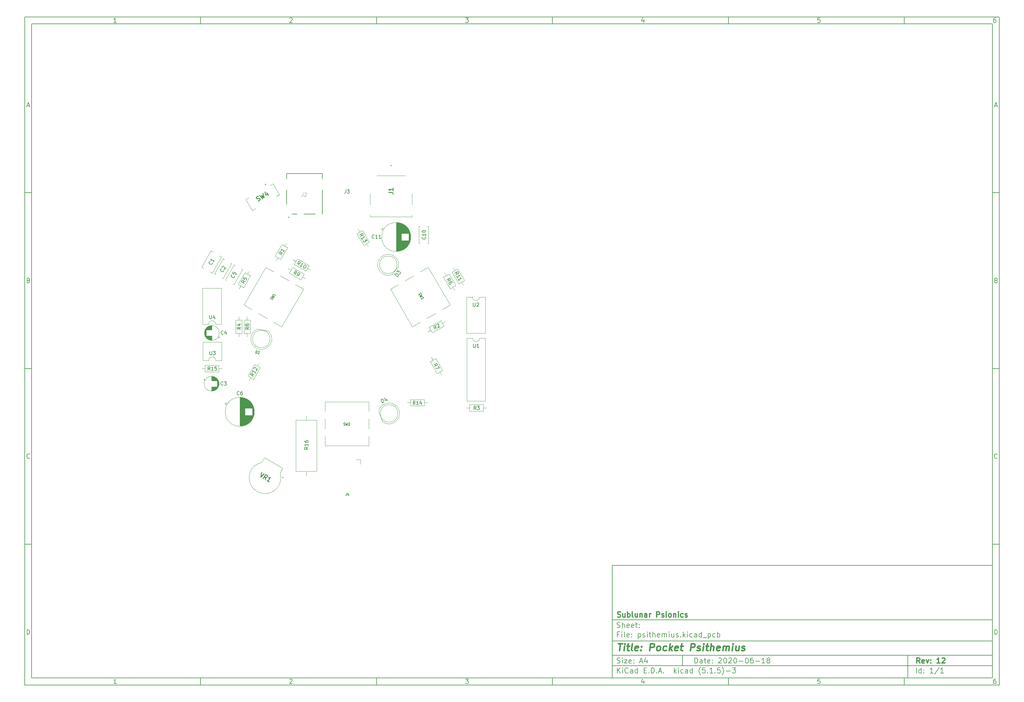
<source format=gbr>
G04 #@! TF.GenerationSoftware,KiCad,Pcbnew,(5.1.5)-3*
G04 #@! TF.CreationDate,2020-06-18T20:32:11+02:00*
G04 #@! TF.ProjectId,psithemius,70736974-6865-46d6-9975-732e6b696361,12*
G04 #@! TF.SameCoordinates,Original*
G04 #@! TF.FileFunction,Legend,Top*
G04 #@! TF.FilePolarity,Positive*
%FSLAX46Y46*%
G04 Gerber Fmt 4.6, Leading zero omitted, Abs format (unit mm)*
G04 Created by KiCad (PCBNEW (5.1.5)-3) date 2020-06-18 20:32:11*
%MOMM*%
%LPD*%
G04 APERTURE LIST*
%ADD10C,0.100000*%
%ADD11C,0.150000*%
%ADD12C,0.300000*%
%ADD13C,0.400000*%
%ADD14C,0.200000*%
%ADD15C,0.127000*%
%ADD16C,0.120000*%
%ADD17C,0.254000*%
%ADD18C,0.015000*%
G04 APERTURE END LIST*
D10*
D11*
X177002200Y-166007200D02*
X177002200Y-198007200D01*
X285002200Y-198007200D01*
X285002200Y-166007200D01*
X177002200Y-166007200D01*
D10*
D11*
X10000000Y-10000000D02*
X10000000Y-200007200D01*
X287002200Y-200007200D01*
X287002200Y-10000000D01*
X10000000Y-10000000D01*
D10*
D11*
X12000000Y-12000000D02*
X12000000Y-198007200D01*
X285002200Y-198007200D01*
X285002200Y-12000000D01*
X12000000Y-12000000D01*
D10*
D11*
X60000000Y-12000000D02*
X60000000Y-10000000D01*
D10*
D11*
X110000000Y-12000000D02*
X110000000Y-10000000D01*
D10*
D11*
X160000000Y-12000000D02*
X160000000Y-10000000D01*
D10*
D11*
X210000000Y-12000000D02*
X210000000Y-10000000D01*
D10*
D11*
X260000000Y-12000000D02*
X260000000Y-10000000D01*
D10*
D11*
X36065476Y-11588095D02*
X35322619Y-11588095D01*
X35694047Y-11588095D02*
X35694047Y-10288095D01*
X35570238Y-10473809D01*
X35446428Y-10597619D01*
X35322619Y-10659523D01*
D10*
D11*
X85322619Y-10411904D02*
X85384523Y-10350000D01*
X85508333Y-10288095D01*
X85817857Y-10288095D01*
X85941666Y-10350000D01*
X86003571Y-10411904D01*
X86065476Y-10535714D01*
X86065476Y-10659523D01*
X86003571Y-10845238D01*
X85260714Y-11588095D01*
X86065476Y-11588095D01*
D10*
D11*
X135260714Y-10288095D02*
X136065476Y-10288095D01*
X135632142Y-10783333D01*
X135817857Y-10783333D01*
X135941666Y-10845238D01*
X136003571Y-10907142D01*
X136065476Y-11030952D01*
X136065476Y-11340476D01*
X136003571Y-11464285D01*
X135941666Y-11526190D01*
X135817857Y-11588095D01*
X135446428Y-11588095D01*
X135322619Y-11526190D01*
X135260714Y-11464285D01*
D10*
D11*
X185941666Y-10721428D02*
X185941666Y-11588095D01*
X185632142Y-10226190D02*
X185322619Y-11154761D01*
X186127380Y-11154761D01*
D10*
D11*
X236003571Y-10288095D02*
X235384523Y-10288095D01*
X235322619Y-10907142D01*
X235384523Y-10845238D01*
X235508333Y-10783333D01*
X235817857Y-10783333D01*
X235941666Y-10845238D01*
X236003571Y-10907142D01*
X236065476Y-11030952D01*
X236065476Y-11340476D01*
X236003571Y-11464285D01*
X235941666Y-11526190D01*
X235817857Y-11588095D01*
X235508333Y-11588095D01*
X235384523Y-11526190D01*
X235322619Y-11464285D01*
D10*
D11*
X285941666Y-10288095D02*
X285694047Y-10288095D01*
X285570238Y-10350000D01*
X285508333Y-10411904D01*
X285384523Y-10597619D01*
X285322619Y-10845238D01*
X285322619Y-11340476D01*
X285384523Y-11464285D01*
X285446428Y-11526190D01*
X285570238Y-11588095D01*
X285817857Y-11588095D01*
X285941666Y-11526190D01*
X286003571Y-11464285D01*
X286065476Y-11340476D01*
X286065476Y-11030952D01*
X286003571Y-10907142D01*
X285941666Y-10845238D01*
X285817857Y-10783333D01*
X285570238Y-10783333D01*
X285446428Y-10845238D01*
X285384523Y-10907142D01*
X285322619Y-11030952D01*
D10*
D11*
X60000000Y-198007200D02*
X60000000Y-200007200D01*
D10*
D11*
X110000000Y-198007200D02*
X110000000Y-200007200D01*
D10*
D11*
X160000000Y-198007200D02*
X160000000Y-200007200D01*
D10*
D11*
X210000000Y-198007200D02*
X210000000Y-200007200D01*
D10*
D11*
X260000000Y-198007200D02*
X260000000Y-200007200D01*
D10*
D11*
X36065476Y-199595295D02*
X35322619Y-199595295D01*
X35694047Y-199595295D02*
X35694047Y-198295295D01*
X35570238Y-198481009D01*
X35446428Y-198604819D01*
X35322619Y-198666723D01*
D10*
D11*
X85322619Y-198419104D02*
X85384523Y-198357200D01*
X85508333Y-198295295D01*
X85817857Y-198295295D01*
X85941666Y-198357200D01*
X86003571Y-198419104D01*
X86065476Y-198542914D01*
X86065476Y-198666723D01*
X86003571Y-198852438D01*
X85260714Y-199595295D01*
X86065476Y-199595295D01*
D10*
D11*
X135260714Y-198295295D02*
X136065476Y-198295295D01*
X135632142Y-198790533D01*
X135817857Y-198790533D01*
X135941666Y-198852438D01*
X136003571Y-198914342D01*
X136065476Y-199038152D01*
X136065476Y-199347676D01*
X136003571Y-199471485D01*
X135941666Y-199533390D01*
X135817857Y-199595295D01*
X135446428Y-199595295D01*
X135322619Y-199533390D01*
X135260714Y-199471485D01*
D10*
D11*
X185941666Y-198728628D02*
X185941666Y-199595295D01*
X185632142Y-198233390D02*
X185322619Y-199161961D01*
X186127380Y-199161961D01*
D10*
D11*
X236003571Y-198295295D02*
X235384523Y-198295295D01*
X235322619Y-198914342D01*
X235384523Y-198852438D01*
X235508333Y-198790533D01*
X235817857Y-198790533D01*
X235941666Y-198852438D01*
X236003571Y-198914342D01*
X236065476Y-199038152D01*
X236065476Y-199347676D01*
X236003571Y-199471485D01*
X235941666Y-199533390D01*
X235817857Y-199595295D01*
X235508333Y-199595295D01*
X235384523Y-199533390D01*
X235322619Y-199471485D01*
D10*
D11*
X285941666Y-198295295D02*
X285694047Y-198295295D01*
X285570238Y-198357200D01*
X285508333Y-198419104D01*
X285384523Y-198604819D01*
X285322619Y-198852438D01*
X285322619Y-199347676D01*
X285384523Y-199471485D01*
X285446428Y-199533390D01*
X285570238Y-199595295D01*
X285817857Y-199595295D01*
X285941666Y-199533390D01*
X286003571Y-199471485D01*
X286065476Y-199347676D01*
X286065476Y-199038152D01*
X286003571Y-198914342D01*
X285941666Y-198852438D01*
X285817857Y-198790533D01*
X285570238Y-198790533D01*
X285446428Y-198852438D01*
X285384523Y-198914342D01*
X285322619Y-199038152D01*
D10*
D11*
X10000000Y-60000000D02*
X12000000Y-60000000D01*
D10*
D11*
X10000000Y-110000000D02*
X12000000Y-110000000D01*
D10*
D11*
X10000000Y-160000000D02*
X12000000Y-160000000D01*
D10*
D11*
X10690476Y-35216666D02*
X11309523Y-35216666D01*
X10566666Y-35588095D02*
X11000000Y-34288095D01*
X11433333Y-35588095D01*
D10*
D11*
X11092857Y-84907142D02*
X11278571Y-84969047D01*
X11340476Y-85030952D01*
X11402380Y-85154761D01*
X11402380Y-85340476D01*
X11340476Y-85464285D01*
X11278571Y-85526190D01*
X11154761Y-85588095D01*
X10659523Y-85588095D01*
X10659523Y-84288095D01*
X11092857Y-84288095D01*
X11216666Y-84350000D01*
X11278571Y-84411904D01*
X11340476Y-84535714D01*
X11340476Y-84659523D01*
X11278571Y-84783333D01*
X11216666Y-84845238D01*
X11092857Y-84907142D01*
X10659523Y-84907142D01*
D10*
D11*
X11402380Y-135464285D02*
X11340476Y-135526190D01*
X11154761Y-135588095D01*
X11030952Y-135588095D01*
X10845238Y-135526190D01*
X10721428Y-135402380D01*
X10659523Y-135278571D01*
X10597619Y-135030952D01*
X10597619Y-134845238D01*
X10659523Y-134597619D01*
X10721428Y-134473809D01*
X10845238Y-134350000D01*
X11030952Y-134288095D01*
X11154761Y-134288095D01*
X11340476Y-134350000D01*
X11402380Y-134411904D01*
D10*
D11*
X10659523Y-185588095D02*
X10659523Y-184288095D01*
X10969047Y-184288095D01*
X11154761Y-184350000D01*
X11278571Y-184473809D01*
X11340476Y-184597619D01*
X11402380Y-184845238D01*
X11402380Y-185030952D01*
X11340476Y-185278571D01*
X11278571Y-185402380D01*
X11154761Y-185526190D01*
X10969047Y-185588095D01*
X10659523Y-185588095D01*
D10*
D11*
X287002200Y-60000000D02*
X285002200Y-60000000D01*
D10*
D11*
X287002200Y-110000000D02*
X285002200Y-110000000D01*
D10*
D11*
X287002200Y-160000000D02*
X285002200Y-160000000D01*
D10*
D11*
X285692676Y-35216666D02*
X286311723Y-35216666D01*
X285568866Y-35588095D02*
X286002200Y-34288095D01*
X286435533Y-35588095D01*
D10*
D11*
X286095057Y-84907142D02*
X286280771Y-84969047D01*
X286342676Y-85030952D01*
X286404580Y-85154761D01*
X286404580Y-85340476D01*
X286342676Y-85464285D01*
X286280771Y-85526190D01*
X286156961Y-85588095D01*
X285661723Y-85588095D01*
X285661723Y-84288095D01*
X286095057Y-84288095D01*
X286218866Y-84350000D01*
X286280771Y-84411904D01*
X286342676Y-84535714D01*
X286342676Y-84659523D01*
X286280771Y-84783333D01*
X286218866Y-84845238D01*
X286095057Y-84907142D01*
X285661723Y-84907142D01*
D10*
D11*
X286404580Y-135464285D02*
X286342676Y-135526190D01*
X286156961Y-135588095D01*
X286033152Y-135588095D01*
X285847438Y-135526190D01*
X285723628Y-135402380D01*
X285661723Y-135278571D01*
X285599819Y-135030952D01*
X285599819Y-134845238D01*
X285661723Y-134597619D01*
X285723628Y-134473809D01*
X285847438Y-134350000D01*
X286033152Y-134288095D01*
X286156961Y-134288095D01*
X286342676Y-134350000D01*
X286404580Y-134411904D01*
D10*
D11*
X285661723Y-185588095D02*
X285661723Y-184288095D01*
X285971247Y-184288095D01*
X286156961Y-184350000D01*
X286280771Y-184473809D01*
X286342676Y-184597619D01*
X286404580Y-184845238D01*
X286404580Y-185030952D01*
X286342676Y-185278571D01*
X286280771Y-185402380D01*
X286156961Y-185526190D01*
X285971247Y-185588095D01*
X285661723Y-185588095D01*
D10*
D11*
X200434342Y-193785771D02*
X200434342Y-192285771D01*
X200791485Y-192285771D01*
X201005771Y-192357200D01*
X201148628Y-192500057D01*
X201220057Y-192642914D01*
X201291485Y-192928628D01*
X201291485Y-193142914D01*
X201220057Y-193428628D01*
X201148628Y-193571485D01*
X201005771Y-193714342D01*
X200791485Y-193785771D01*
X200434342Y-193785771D01*
X202577200Y-193785771D02*
X202577200Y-193000057D01*
X202505771Y-192857200D01*
X202362914Y-192785771D01*
X202077200Y-192785771D01*
X201934342Y-192857200D01*
X202577200Y-193714342D02*
X202434342Y-193785771D01*
X202077200Y-193785771D01*
X201934342Y-193714342D01*
X201862914Y-193571485D01*
X201862914Y-193428628D01*
X201934342Y-193285771D01*
X202077200Y-193214342D01*
X202434342Y-193214342D01*
X202577200Y-193142914D01*
X203077200Y-192785771D02*
X203648628Y-192785771D01*
X203291485Y-192285771D02*
X203291485Y-193571485D01*
X203362914Y-193714342D01*
X203505771Y-193785771D01*
X203648628Y-193785771D01*
X204720057Y-193714342D02*
X204577200Y-193785771D01*
X204291485Y-193785771D01*
X204148628Y-193714342D01*
X204077200Y-193571485D01*
X204077200Y-193000057D01*
X204148628Y-192857200D01*
X204291485Y-192785771D01*
X204577200Y-192785771D01*
X204720057Y-192857200D01*
X204791485Y-193000057D01*
X204791485Y-193142914D01*
X204077200Y-193285771D01*
X205434342Y-193642914D02*
X205505771Y-193714342D01*
X205434342Y-193785771D01*
X205362914Y-193714342D01*
X205434342Y-193642914D01*
X205434342Y-193785771D01*
X205434342Y-192857200D02*
X205505771Y-192928628D01*
X205434342Y-193000057D01*
X205362914Y-192928628D01*
X205434342Y-192857200D01*
X205434342Y-193000057D01*
X207220057Y-192428628D02*
X207291485Y-192357200D01*
X207434342Y-192285771D01*
X207791485Y-192285771D01*
X207934342Y-192357200D01*
X208005771Y-192428628D01*
X208077200Y-192571485D01*
X208077200Y-192714342D01*
X208005771Y-192928628D01*
X207148628Y-193785771D01*
X208077200Y-193785771D01*
X209005771Y-192285771D02*
X209148628Y-192285771D01*
X209291485Y-192357200D01*
X209362914Y-192428628D01*
X209434342Y-192571485D01*
X209505771Y-192857200D01*
X209505771Y-193214342D01*
X209434342Y-193500057D01*
X209362914Y-193642914D01*
X209291485Y-193714342D01*
X209148628Y-193785771D01*
X209005771Y-193785771D01*
X208862914Y-193714342D01*
X208791485Y-193642914D01*
X208720057Y-193500057D01*
X208648628Y-193214342D01*
X208648628Y-192857200D01*
X208720057Y-192571485D01*
X208791485Y-192428628D01*
X208862914Y-192357200D01*
X209005771Y-192285771D01*
X210077200Y-192428628D02*
X210148628Y-192357200D01*
X210291485Y-192285771D01*
X210648628Y-192285771D01*
X210791485Y-192357200D01*
X210862914Y-192428628D01*
X210934342Y-192571485D01*
X210934342Y-192714342D01*
X210862914Y-192928628D01*
X210005771Y-193785771D01*
X210934342Y-193785771D01*
X211862914Y-192285771D02*
X212005771Y-192285771D01*
X212148628Y-192357200D01*
X212220057Y-192428628D01*
X212291485Y-192571485D01*
X212362914Y-192857200D01*
X212362914Y-193214342D01*
X212291485Y-193500057D01*
X212220057Y-193642914D01*
X212148628Y-193714342D01*
X212005771Y-193785771D01*
X211862914Y-193785771D01*
X211720057Y-193714342D01*
X211648628Y-193642914D01*
X211577200Y-193500057D01*
X211505771Y-193214342D01*
X211505771Y-192857200D01*
X211577200Y-192571485D01*
X211648628Y-192428628D01*
X211720057Y-192357200D01*
X211862914Y-192285771D01*
X213005771Y-193214342D02*
X214148628Y-193214342D01*
X215148628Y-192285771D02*
X215291485Y-192285771D01*
X215434342Y-192357200D01*
X215505771Y-192428628D01*
X215577200Y-192571485D01*
X215648628Y-192857200D01*
X215648628Y-193214342D01*
X215577200Y-193500057D01*
X215505771Y-193642914D01*
X215434342Y-193714342D01*
X215291485Y-193785771D01*
X215148628Y-193785771D01*
X215005771Y-193714342D01*
X214934342Y-193642914D01*
X214862914Y-193500057D01*
X214791485Y-193214342D01*
X214791485Y-192857200D01*
X214862914Y-192571485D01*
X214934342Y-192428628D01*
X215005771Y-192357200D01*
X215148628Y-192285771D01*
X216934342Y-192285771D02*
X216648628Y-192285771D01*
X216505771Y-192357200D01*
X216434342Y-192428628D01*
X216291485Y-192642914D01*
X216220057Y-192928628D01*
X216220057Y-193500057D01*
X216291485Y-193642914D01*
X216362914Y-193714342D01*
X216505771Y-193785771D01*
X216791485Y-193785771D01*
X216934342Y-193714342D01*
X217005771Y-193642914D01*
X217077200Y-193500057D01*
X217077200Y-193142914D01*
X217005771Y-193000057D01*
X216934342Y-192928628D01*
X216791485Y-192857200D01*
X216505771Y-192857200D01*
X216362914Y-192928628D01*
X216291485Y-193000057D01*
X216220057Y-193142914D01*
X217720057Y-193214342D02*
X218862914Y-193214342D01*
X220362914Y-193785771D02*
X219505771Y-193785771D01*
X219934342Y-193785771D02*
X219934342Y-192285771D01*
X219791485Y-192500057D01*
X219648628Y-192642914D01*
X219505771Y-192714342D01*
X221220057Y-192928628D02*
X221077200Y-192857200D01*
X221005771Y-192785771D01*
X220934342Y-192642914D01*
X220934342Y-192571485D01*
X221005771Y-192428628D01*
X221077200Y-192357200D01*
X221220057Y-192285771D01*
X221505771Y-192285771D01*
X221648628Y-192357200D01*
X221720057Y-192428628D01*
X221791485Y-192571485D01*
X221791485Y-192642914D01*
X221720057Y-192785771D01*
X221648628Y-192857200D01*
X221505771Y-192928628D01*
X221220057Y-192928628D01*
X221077200Y-193000057D01*
X221005771Y-193071485D01*
X220934342Y-193214342D01*
X220934342Y-193500057D01*
X221005771Y-193642914D01*
X221077200Y-193714342D01*
X221220057Y-193785771D01*
X221505771Y-193785771D01*
X221648628Y-193714342D01*
X221720057Y-193642914D01*
X221791485Y-193500057D01*
X221791485Y-193214342D01*
X221720057Y-193071485D01*
X221648628Y-193000057D01*
X221505771Y-192928628D01*
D10*
D11*
X177002200Y-194507200D02*
X285002200Y-194507200D01*
D10*
D11*
X178434342Y-196585771D02*
X178434342Y-195085771D01*
X179291485Y-196585771D02*
X178648628Y-195728628D01*
X179291485Y-195085771D02*
X178434342Y-195942914D01*
X179934342Y-196585771D02*
X179934342Y-195585771D01*
X179934342Y-195085771D02*
X179862914Y-195157200D01*
X179934342Y-195228628D01*
X180005771Y-195157200D01*
X179934342Y-195085771D01*
X179934342Y-195228628D01*
X181505771Y-196442914D02*
X181434342Y-196514342D01*
X181220057Y-196585771D01*
X181077200Y-196585771D01*
X180862914Y-196514342D01*
X180720057Y-196371485D01*
X180648628Y-196228628D01*
X180577200Y-195942914D01*
X180577200Y-195728628D01*
X180648628Y-195442914D01*
X180720057Y-195300057D01*
X180862914Y-195157200D01*
X181077200Y-195085771D01*
X181220057Y-195085771D01*
X181434342Y-195157200D01*
X181505771Y-195228628D01*
X182791485Y-196585771D02*
X182791485Y-195800057D01*
X182720057Y-195657200D01*
X182577200Y-195585771D01*
X182291485Y-195585771D01*
X182148628Y-195657200D01*
X182791485Y-196514342D02*
X182648628Y-196585771D01*
X182291485Y-196585771D01*
X182148628Y-196514342D01*
X182077200Y-196371485D01*
X182077200Y-196228628D01*
X182148628Y-196085771D01*
X182291485Y-196014342D01*
X182648628Y-196014342D01*
X182791485Y-195942914D01*
X184148628Y-196585771D02*
X184148628Y-195085771D01*
X184148628Y-196514342D02*
X184005771Y-196585771D01*
X183720057Y-196585771D01*
X183577200Y-196514342D01*
X183505771Y-196442914D01*
X183434342Y-196300057D01*
X183434342Y-195871485D01*
X183505771Y-195728628D01*
X183577200Y-195657200D01*
X183720057Y-195585771D01*
X184005771Y-195585771D01*
X184148628Y-195657200D01*
X186005771Y-195800057D02*
X186505771Y-195800057D01*
X186720057Y-196585771D02*
X186005771Y-196585771D01*
X186005771Y-195085771D01*
X186720057Y-195085771D01*
X187362914Y-196442914D02*
X187434342Y-196514342D01*
X187362914Y-196585771D01*
X187291485Y-196514342D01*
X187362914Y-196442914D01*
X187362914Y-196585771D01*
X188077200Y-196585771D02*
X188077200Y-195085771D01*
X188434342Y-195085771D01*
X188648628Y-195157200D01*
X188791485Y-195300057D01*
X188862914Y-195442914D01*
X188934342Y-195728628D01*
X188934342Y-195942914D01*
X188862914Y-196228628D01*
X188791485Y-196371485D01*
X188648628Y-196514342D01*
X188434342Y-196585771D01*
X188077200Y-196585771D01*
X189577200Y-196442914D02*
X189648628Y-196514342D01*
X189577200Y-196585771D01*
X189505771Y-196514342D01*
X189577200Y-196442914D01*
X189577200Y-196585771D01*
X190220057Y-196157200D02*
X190934342Y-196157200D01*
X190077200Y-196585771D02*
X190577200Y-195085771D01*
X191077200Y-196585771D01*
X191577200Y-196442914D02*
X191648628Y-196514342D01*
X191577200Y-196585771D01*
X191505771Y-196514342D01*
X191577200Y-196442914D01*
X191577200Y-196585771D01*
X194577200Y-196585771D02*
X194577200Y-195085771D01*
X194720057Y-196014342D02*
X195148628Y-196585771D01*
X195148628Y-195585771D02*
X194577200Y-196157200D01*
X195791485Y-196585771D02*
X195791485Y-195585771D01*
X195791485Y-195085771D02*
X195720057Y-195157200D01*
X195791485Y-195228628D01*
X195862914Y-195157200D01*
X195791485Y-195085771D01*
X195791485Y-195228628D01*
X197148628Y-196514342D02*
X197005771Y-196585771D01*
X196720057Y-196585771D01*
X196577200Y-196514342D01*
X196505771Y-196442914D01*
X196434342Y-196300057D01*
X196434342Y-195871485D01*
X196505771Y-195728628D01*
X196577200Y-195657200D01*
X196720057Y-195585771D01*
X197005771Y-195585771D01*
X197148628Y-195657200D01*
X198434342Y-196585771D02*
X198434342Y-195800057D01*
X198362914Y-195657200D01*
X198220057Y-195585771D01*
X197934342Y-195585771D01*
X197791485Y-195657200D01*
X198434342Y-196514342D02*
X198291485Y-196585771D01*
X197934342Y-196585771D01*
X197791485Y-196514342D01*
X197720057Y-196371485D01*
X197720057Y-196228628D01*
X197791485Y-196085771D01*
X197934342Y-196014342D01*
X198291485Y-196014342D01*
X198434342Y-195942914D01*
X199791485Y-196585771D02*
X199791485Y-195085771D01*
X199791485Y-196514342D02*
X199648628Y-196585771D01*
X199362914Y-196585771D01*
X199220057Y-196514342D01*
X199148628Y-196442914D01*
X199077200Y-196300057D01*
X199077200Y-195871485D01*
X199148628Y-195728628D01*
X199220057Y-195657200D01*
X199362914Y-195585771D01*
X199648628Y-195585771D01*
X199791485Y-195657200D01*
X202077200Y-197157200D02*
X202005771Y-197085771D01*
X201862914Y-196871485D01*
X201791485Y-196728628D01*
X201720057Y-196514342D01*
X201648628Y-196157200D01*
X201648628Y-195871485D01*
X201720057Y-195514342D01*
X201791485Y-195300057D01*
X201862914Y-195157200D01*
X202005771Y-194942914D01*
X202077200Y-194871485D01*
X203362914Y-195085771D02*
X202648628Y-195085771D01*
X202577200Y-195800057D01*
X202648628Y-195728628D01*
X202791485Y-195657200D01*
X203148628Y-195657200D01*
X203291485Y-195728628D01*
X203362914Y-195800057D01*
X203434342Y-195942914D01*
X203434342Y-196300057D01*
X203362914Y-196442914D01*
X203291485Y-196514342D01*
X203148628Y-196585771D01*
X202791485Y-196585771D01*
X202648628Y-196514342D01*
X202577200Y-196442914D01*
X204077200Y-196442914D02*
X204148628Y-196514342D01*
X204077200Y-196585771D01*
X204005771Y-196514342D01*
X204077200Y-196442914D01*
X204077200Y-196585771D01*
X205577200Y-196585771D02*
X204720057Y-196585771D01*
X205148628Y-196585771D02*
X205148628Y-195085771D01*
X205005771Y-195300057D01*
X204862914Y-195442914D01*
X204720057Y-195514342D01*
X206220057Y-196442914D02*
X206291485Y-196514342D01*
X206220057Y-196585771D01*
X206148628Y-196514342D01*
X206220057Y-196442914D01*
X206220057Y-196585771D01*
X207648628Y-195085771D02*
X206934342Y-195085771D01*
X206862914Y-195800057D01*
X206934342Y-195728628D01*
X207077200Y-195657200D01*
X207434342Y-195657200D01*
X207577200Y-195728628D01*
X207648628Y-195800057D01*
X207720057Y-195942914D01*
X207720057Y-196300057D01*
X207648628Y-196442914D01*
X207577200Y-196514342D01*
X207434342Y-196585771D01*
X207077200Y-196585771D01*
X206934342Y-196514342D01*
X206862914Y-196442914D01*
X208220057Y-197157200D02*
X208291485Y-197085771D01*
X208434342Y-196871485D01*
X208505771Y-196728628D01*
X208577200Y-196514342D01*
X208648628Y-196157200D01*
X208648628Y-195871485D01*
X208577200Y-195514342D01*
X208505771Y-195300057D01*
X208434342Y-195157200D01*
X208291485Y-194942914D01*
X208220057Y-194871485D01*
X209362914Y-196014342D02*
X210505771Y-196014342D01*
X211077200Y-195085771D02*
X212005771Y-195085771D01*
X211505771Y-195657200D01*
X211720057Y-195657200D01*
X211862914Y-195728628D01*
X211934342Y-195800057D01*
X212005771Y-195942914D01*
X212005771Y-196300057D01*
X211934342Y-196442914D01*
X211862914Y-196514342D01*
X211720057Y-196585771D01*
X211291485Y-196585771D01*
X211148628Y-196514342D01*
X211077200Y-196442914D01*
D10*
D11*
X177002200Y-191507200D02*
X285002200Y-191507200D01*
D10*
D12*
X264411485Y-193785771D02*
X263911485Y-193071485D01*
X263554342Y-193785771D02*
X263554342Y-192285771D01*
X264125771Y-192285771D01*
X264268628Y-192357200D01*
X264340057Y-192428628D01*
X264411485Y-192571485D01*
X264411485Y-192785771D01*
X264340057Y-192928628D01*
X264268628Y-193000057D01*
X264125771Y-193071485D01*
X263554342Y-193071485D01*
X265625771Y-193714342D02*
X265482914Y-193785771D01*
X265197200Y-193785771D01*
X265054342Y-193714342D01*
X264982914Y-193571485D01*
X264982914Y-193000057D01*
X265054342Y-192857200D01*
X265197200Y-192785771D01*
X265482914Y-192785771D01*
X265625771Y-192857200D01*
X265697200Y-193000057D01*
X265697200Y-193142914D01*
X264982914Y-193285771D01*
X266197200Y-192785771D02*
X266554342Y-193785771D01*
X266911485Y-192785771D01*
X267482914Y-193642914D02*
X267554342Y-193714342D01*
X267482914Y-193785771D01*
X267411485Y-193714342D01*
X267482914Y-193642914D01*
X267482914Y-193785771D01*
X267482914Y-192857200D02*
X267554342Y-192928628D01*
X267482914Y-193000057D01*
X267411485Y-192928628D01*
X267482914Y-192857200D01*
X267482914Y-193000057D01*
X270125771Y-193785771D02*
X269268628Y-193785771D01*
X269697200Y-193785771D02*
X269697200Y-192285771D01*
X269554342Y-192500057D01*
X269411485Y-192642914D01*
X269268628Y-192714342D01*
X270697200Y-192428628D02*
X270768628Y-192357200D01*
X270911485Y-192285771D01*
X271268628Y-192285771D01*
X271411485Y-192357200D01*
X271482914Y-192428628D01*
X271554342Y-192571485D01*
X271554342Y-192714342D01*
X271482914Y-192928628D01*
X270625771Y-193785771D01*
X271554342Y-193785771D01*
D10*
D11*
X178362914Y-193714342D02*
X178577200Y-193785771D01*
X178934342Y-193785771D01*
X179077200Y-193714342D01*
X179148628Y-193642914D01*
X179220057Y-193500057D01*
X179220057Y-193357200D01*
X179148628Y-193214342D01*
X179077200Y-193142914D01*
X178934342Y-193071485D01*
X178648628Y-193000057D01*
X178505771Y-192928628D01*
X178434342Y-192857200D01*
X178362914Y-192714342D01*
X178362914Y-192571485D01*
X178434342Y-192428628D01*
X178505771Y-192357200D01*
X178648628Y-192285771D01*
X179005771Y-192285771D01*
X179220057Y-192357200D01*
X179862914Y-193785771D02*
X179862914Y-192785771D01*
X179862914Y-192285771D02*
X179791485Y-192357200D01*
X179862914Y-192428628D01*
X179934342Y-192357200D01*
X179862914Y-192285771D01*
X179862914Y-192428628D01*
X180434342Y-192785771D02*
X181220057Y-192785771D01*
X180434342Y-193785771D01*
X181220057Y-193785771D01*
X182362914Y-193714342D02*
X182220057Y-193785771D01*
X181934342Y-193785771D01*
X181791485Y-193714342D01*
X181720057Y-193571485D01*
X181720057Y-193000057D01*
X181791485Y-192857200D01*
X181934342Y-192785771D01*
X182220057Y-192785771D01*
X182362914Y-192857200D01*
X182434342Y-193000057D01*
X182434342Y-193142914D01*
X181720057Y-193285771D01*
X183077200Y-193642914D02*
X183148628Y-193714342D01*
X183077200Y-193785771D01*
X183005771Y-193714342D01*
X183077200Y-193642914D01*
X183077200Y-193785771D01*
X183077200Y-192857200D02*
X183148628Y-192928628D01*
X183077200Y-193000057D01*
X183005771Y-192928628D01*
X183077200Y-192857200D01*
X183077200Y-193000057D01*
X184862914Y-193357200D02*
X185577200Y-193357200D01*
X184720057Y-193785771D02*
X185220057Y-192285771D01*
X185720057Y-193785771D01*
X186862914Y-192785771D02*
X186862914Y-193785771D01*
X186505771Y-192214342D02*
X186148628Y-193285771D01*
X187077200Y-193285771D01*
D10*
D11*
X263434342Y-196585771D02*
X263434342Y-195085771D01*
X264791485Y-196585771D02*
X264791485Y-195085771D01*
X264791485Y-196514342D02*
X264648628Y-196585771D01*
X264362914Y-196585771D01*
X264220057Y-196514342D01*
X264148628Y-196442914D01*
X264077200Y-196300057D01*
X264077200Y-195871485D01*
X264148628Y-195728628D01*
X264220057Y-195657200D01*
X264362914Y-195585771D01*
X264648628Y-195585771D01*
X264791485Y-195657200D01*
X265505771Y-196442914D02*
X265577200Y-196514342D01*
X265505771Y-196585771D01*
X265434342Y-196514342D01*
X265505771Y-196442914D01*
X265505771Y-196585771D01*
X265505771Y-195657200D02*
X265577200Y-195728628D01*
X265505771Y-195800057D01*
X265434342Y-195728628D01*
X265505771Y-195657200D01*
X265505771Y-195800057D01*
X268148628Y-196585771D02*
X267291485Y-196585771D01*
X267720057Y-196585771D02*
X267720057Y-195085771D01*
X267577200Y-195300057D01*
X267434342Y-195442914D01*
X267291485Y-195514342D01*
X269862914Y-195014342D02*
X268577200Y-196942914D01*
X271148628Y-196585771D02*
X270291485Y-196585771D01*
X270720057Y-196585771D02*
X270720057Y-195085771D01*
X270577200Y-195300057D01*
X270434342Y-195442914D01*
X270291485Y-195514342D01*
D10*
D11*
X177002200Y-187507200D02*
X285002200Y-187507200D01*
D10*
D13*
X178714580Y-188211961D02*
X179857438Y-188211961D01*
X179036009Y-190211961D02*
X179286009Y-188211961D01*
X180274104Y-190211961D02*
X180440771Y-188878628D01*
X180524104Y-188211961D02*
X180416961Y-188307200D01*
X180500295Y-188402438D01*
X180607438Y-188307200D01*
X180524104Y-188211961D01*
X180500295Y-188402438D01*
X181107438Y-188878628D02*
X181869342Y-188878628D01*
X181476485Y-188211961D02*
X181262200Y-189926247D01*
X181333628Y-190116723D01*
X181512200Y-190211961D01*
X181702676Y-190211961D01*
X182655057Y-190211961D02*
X182476485Y-190116723D01*
X182405057Y-189926247D01*
X182619342Y-188211961D01*
X184190771Y-190116723D02*
X183988390Y-190211961D01*
X183607438Y-190211961D01*
X183428866Y-190116723D01*
X183357438Y-189926247D01*
X183452676Y-189164342D01*
X183571723Y-188973866D01*
X183774104Y-188878628D01*
X184155057Y-188878628D01*
X184333628Y-188973866D01*
X184405057Y-189164342D01*
X184381247Y-189354819D01*
X183405057Y-189545295D01*
X185155057Y-190021485D02*
X185238390Y-190116723D01*
X185131247Y-190211961D01*
X185047914Y-190116723D01*
X185155057Y-190021485D01*
X185131247Y-190211961D01*
X185286009Y-188973866D02*
X185369342Y-189069104D01*
X185262200Y-189164342D01*
X185178866Y-189069104D01*
X185286009Y-188973866D01*
X185262200Y-189164342D01*
X187607438Y-190211961D02*
X187857438Y-188211961D01*
X188619342Y-188211961D01*
X188797914Y-188307200D01*
X188881247Y-188402438D01*
X188952676Y-188592914D01*
X188916961Y-188878628D01*
X188797914Y-189069104D01*
X188690771Y-189164342D01*
X188488390Y-189259580D01*
X187726485Y-189259580D01*
X189893152Y-190211961D02*
X189714580Y-190116723D01*
X189631247Y-190021485D01*
X189559819Y-189831009D01*
X189631247Y-189259580D01*
X189750295Y-189069104D01*
X189857438Y-188973866D01*
X190059819Y-188878628D01*
X190345533Y-188878628D01*
X190524104Y-188973866D01*
X190607438Y-189069104D01*
X190678866Y-189259580D01*
X190607438Y-189831009D01*
X190488390Y-190021485D01*
X190381247Y-190116723D01*
X190178866Y-190211961D01*
X189893152Y-190211961D01*
X192286009Y-190116723D02*
X192083628Y-190211961D01*
X191702676Y-190211961D01*
X191524104Y-190116723D01*
X191440771Y-190021485D01*
X191369342Y-189831009D01*
X191440771Y-189259580D01*
X191559819Y-189069104D01*
X191666961Y-188973866D01*
X191869342Y-188878628D01*
X192250295Y-188878628D01*
X192428866Y-188973866D01*
X193131247Y-190211961D02*
X193381247Y-188211961D01*
X193416961Y-189450057D02*
X193893152Y-190211961D01*
X194059819Y-188878628D02*
X193202676Y-189640533D01*
X195524104Y-190116723D02*
X195321723Y-190211961D01*
X194940771Y-190211961D01*
X194762200Y-190116723D01*
X194690771Y-189926247D01*
X194786009Y-189164342D01*
X194905057Y-188973866D01*
X195107438Y-188878628D01*
X195488390Y-188878628D01*
X195666961Y-188973866D01*
X195738390Y-189164342D01*
X195714580Y-189354819D01*
X194738390Y-189545295D01*
X196345533Y-188878628D02*
X197107438Y-188878628D01*
X196714580Y-188211961D02*
X196500295Y-189926247D01*
X196571723Y-190116723D01*
X196750295Y-190211961D01*
X196940771Y-190211961D01*
X199131247Y-190211961D02*
X199381247Y-188211961D01*
X200143152Y-188211961D01*
X200321723Y-188307200D01*
X200405057Y-188402438D01*
X200476485Y-188592914D01*
X200440771Y-188878628D01*
X200321723Y-189069104D01*
X200214580Y-189164342D01*
X200012200Y-189259580D01*
X199250295Y-189259580D01*
X201047914Y-190116723D02*
X201226485Y-190211961D01*
X201607438Y-190211961D01*
X201809819Y-190116723D01*
X201928866Y-189926247D01*
X201940771Y-189831009D01*
X201869342Y-189640533D01*
X201690771Y-189545295D01*
X201405057Y-189545295D01*
X201226485Y-189450057D01*
X201155057Y-189259580D01*
X201166961Y-189164342D01*
X201286009Y-188973866D01*
X201488390Y-188878628D01*
X201774104Y-188878628D01*
X201952676Y-188973866D01*
X202750295Y-190211961D02*
X202916961Y-188878628D01*
X203000295Y-188211961D02*
X202893152Y-188307200D01*
X202976485Y-188402438D01*
X203083628Y-188307200D01*
X203000295Y-188211961D01*
X202976485Y-188402438D01*
X203583628Y-188878628D02*
X204345533Y-188878628D01*
X203952676Y-188211961D02*
X203738390Y-189926247D01*
X203809819Y-190116723D01*
X203988390Y-190211961D01*
X204178866Y-190211961D01*
X204845533Y-190211961D02*
X205095533Y-188211961D01*
X205702676Y-190211961D02*
X205833628Y-189164342D01*
X205762200Y-188973866D01*
X205583628Y-188878628D01*
X205297914Y-188878628D01*
X205095533Y-188973866D01*
X204988390Y-189069104D01*
X207428866Y-190116723D02*
X207226485Y-190211961D01*
X206845533Y-190211961D01*
X206666961Y-190116723D01*
X206595533Y-189926247D01*
X206690771Y-189164342D01*
X206809819Y-188973866D01*
X207012200Y-188878628D01*
X207393152Y-188878628D01*
X207571723Y-188973866D01*
X207643152Y-189164342D01*
X207619342Y-189354819D01*
X206643152Y-189545295D01*
X208369342Y-190211961D02*
X208536009Y-188878628D01*
X208512200Y-189069104D02*
X208619342Y-188973866D01*
X208821723Y-188878628D01*
X209107438Y-188878628D01*
X209286009Y-188973866D01*
X209357438Y-189164342D01*
X209226485Y-190211961D01*
X209357438Y-189164342D02*
X209476485Y-188973866D01*
X209678866Y-188878628D01*
X209964580Y-188878628D01*
X210143152Y-188973866D01*
X210214580Y-189164342D01*
X210083628Y-190211961D01*
X211036009Y-190211961D02*
X211202676Y-188878628D01*
X211286009Y-188211961D02*
X211178866Y-188307200D01*
X211262200Y-188402438D01*
X211369342Y-188307200D01*
X211286009Y-188211961D01*
X211262200Y-188402438D01*
X213012200Y-188878628D02*
X212845533Y-190211961D01*
X212155057Y-188878628D02*
X212024104Y-189926247D01*
X212095533Y-190116723D01*
X212274104Y-190211961D01*
X212559819Y-190211961D01*
X212762200Y-190116723D01*
X212869342Y-190021485D01*
X213714580Y-190116723D02*
X213893152Y-190211961D01*
X214274104Y-190211961D01*
X214476485Y-190116723D01*
X214595533Y-189926247D01*
X214607438Y-189831009D01*
X214536009Y-189640533D01*
X214357438Y-189545295D01*
X214071723Y-189545295D01*
X213893152Y-189450057D01*
X213821723Y-189259580D01*
X213833628Y-189164342D01*
X213952676Y-188973866D01*
X214155057Y-188878628D01*
X214440771Y-188878628D01*
X214619342Y-188973866D01*
D10*
D11*
X178934342Y-185600057D02*
X178434342Y-185600057D01*
X178434342Y-186385771D02*
X178434342Y-184885771D01*
X179148628Y-184885771D01*
X179720057Y-186385771D02*
X179720057Y-185385771D01*
X179720057Y-184885771D02*
X179648628Y-184957200D01*
X179720057Y-185028628D01*
X179791485Y-184957200D01*
X179720057Y-184885771D01*
X179720057Y-185028628D01*
X180648628Y-186385771D02*
X180505771Y-186314342D01*
X180434342Y-186171485D01*
X180434342Y-184885771D01*
X181791485Y-186314342D02*
X181648628Y-186385771D01*
X181362914Y-186385771D01*
X181220057Y-186314342D01*
X181148628Y-186171485D01*
X181148628Y-185600057D01*
X181220057Y-185457200D01*
X181362914Y-185385771D01*
X181648628Y-185385771D01*
X181791485Y-185457200D01*
X181862914Y-185600057D01*
X181862914Y-185742914D01*
X181148628Y-185885771D01*
X182505771Y-186242914D02*
X182577200Y-186314342D01*
X182505771Y-186385771D01*
X182434342Y-186314342D01*
X182505771Y-186242914D01*
X182505771Y-186385771D01*
X182505771Y-185457200D02*
X182577200Y-185528628D01*
X182505771Y-185600057D01*
X182434342Y-185528628D01*
X182505771Y-185457200D01*
X182505771Y-185600057D01*
X184362914Y-185385771D02*
X184362914Y-186885771D01*
X184362914Y-185457200D02*
X184505771Y-185385771D01*
X184791485Y-185385771D01*
X184934342Y-185457200D01*
X185005771Y-185528628D01*
X185077200Y-185671485D01*
X185077200Y-186100057D01*
X185005771Y-186242914D01*
X184934342Y-186314342D01*
X184791485Y-186385771D01*
X184505771Y-186385771D01*
X184362914Y-186314342D01*
X185648628Y-186314342D02*
X185791485Y-186385771D01*
X186077200Y-186385771D01*
X186220057Y-186314342D01*
X186291485Y-186171485D01*
X186291485Y-186100057D01*
X186220057Y-185957200D01*
X186077200Y-185885771D01*
X185862914Y-185885771D01*
X185720057Y-185814342D01*
X185648628Y-185671485D01*
X185648628Y-185600057D01*
X185720057Y-185457200D01*
X185862914Y-185385771D01*
X186077200Y-185385771D01*
X186220057Y-185457200D01*
X186934342Y-186385771D02*
X186934342Y-185385771D01*
X186934342Y-184885771D02*
X186862914Y-184957200D01*
X186934342Y-185028628D01*
X187005771Y-184957200D01*
X186934342Y-184885771D01*
X186934342Y-185028628D01*
X187434342Y-185385771D02*
X188005771Y-185385771D01*
X187648628Y-184885771D02*
X187648628Y-186171485D01*
X187720057Y-186314342D01*
X187862914Y-186385771D01*
X188005771Y-186385771D01*
X188505771Y-186385771D02*
X188505771Y-184885771D01*
X189148628Y-186385771D02*
X189148628Y-185600057D01*
X189077200Y-185457200D01*
X188934342Y-185385771D01*
X188720057Y-185385771D01*
X188577200Y-185457200D01*
X188505771Y-185528628D01*
X190434342Y-186314342D02*
X190291485Y-186385771D01*
X190005771Y-186385771D01*
X189862914Y-186314342D01*
X189791485Y-186171485D01*
X189791485Y-185600057D01*
X189862914Y-185457200D01*
X190005771Y-185385771D01*
X190291485Y-185385771D01*
X190434342Y-185457200D01*
X190505771Y-185600057D01*
X190505771Y-185742914D01*
X189791485Y-185885771D01*
X191148628Y-186385771D02*
X191148628Y-185385771D01*
X191148628Y-185528628D02*
X191220057Y-185457200D01*
X191362914Y-185385771D01*
X191577200Y-185385771D01*
X191720057Y-185457200D01*
X191791485Y-185600057D01*
X191791485Y-186385771D01*
X191791485Y-185600057D02*
X191862914Y-185457200D01*
X192005771Y-185385771D01*
X192220057Y-185385771D01*
X192362914Y-185457200D01*
X192434342Y-185600057D01*
X192434342Y-186385771D01*
X193148628Y-186385771D02*
X193148628Y-185385771D01*
X193148628Y-184885771D02*
X193077200Y-184957200D01*
X193148628Y-185028628D01*
X193220057Y-184957200D01*
X193148628Y-184885771D01*
X193148628Y-185028628D01*
X194505771Y-185385771D02*
X194505771Y-186385771D01*
X193862914Y-185385771D02*
X193862914Y-186171485D01*
X193934342Y-186314342D01*
X194077200Y-186385771D01*
X194291485Y-186385771D01*
X194434342Y-186314342D01*
X194505771Y-186242914D01*
X195148628Y-186314342D02*
X195291485Y-186385771D01*
X195577200Y-186385771D01*
X195720057Y-186314342D01*
X195791485Y-186171485D01*
X195791485Y-186100057D01*
X195720057Y-185957200D01*
X195577200Y-185885771D01*
X195362914Y-185885771D01*
X195220057Y-185814342D01*
X195148628Y-185671485D01*
X195148628Y-185600057D01*
X195220057Y-185457200D01*
X195362914Y-185385771D01*
X195577200Y-185385771D01*
X195720057Y-185457200D01*
X196434342Y-186242914D02*
X196505771Y-186314342D01*
X196434342Y-186385771D01*
X196362914Y-186314342D01*
X196434342Y-186242914D01*
X196434342Y-186385771D01*
X197148628Y-186385771D02*
X197148628Y-184885771D01*
X197291485Y-185814342D02*
X197720057Y-186385771D01*
X197720057Y-185385771D02*
X197148628Y-185957200D01*
X198362914Y-186385771D02*
X198362914Y-185385771D01*
X198362914Y-184885771D02*
X198291485Y-184957200D01*
X198362914Y-185028628D01*
X198434342Y-184957200D01*
X198362914Y-184885771D01*
X198362914Y-185028628D01*
X199720057Y-186314342D02*
X199577200Y-186385771D01*
X199291485Y-186385771D01*
X199148628Y-186314342D01*
X199077200Y-186242914D01*
X199005771Y-186100057D01*
X199005771Y-185671485D01*
X199077200Y-185528628D01*
X199148628Y-185457200D01*
X199291485Y-185385771D01*
X199577200Y-185385771D01*
X199720057Y-185457200D01*
X201005771Y-186385771D02*
X201005771Y-185600057D01*
X200934342Y-185457200D01*
X200791485Y-185385771D01*
X200505771Y-185385771D01*
X200362914Y-185457200D01*
X201005771Y-186314342D02*
X200862914Y-186385771D01*
X200505771Y-186385771D01*
X200362914Y-186314342D01*
X200291485Y-186171485D01*
X200291485Y-186028628D01*
X200362914Y-185885771D01*
X200505771Y-185814342D01*
X200862914Y-185814342D01*
X201005771Y-185742914D01*
X202362914Y-186385771D02*
X202362914Y-184885771D01*
X202362914Y-186314342D02*
X202220057Y-186385771D01*
X201934342Y-186385771D01*
X201791485Y-186314342D01*
X201720057Y-186242914D01*
X201648628Y-186100057D01*
X201648628Y-185671485D01*
X201720057Y-185528628D01*
X201791485Y-185457200D01*
X201934342Y-185385771D01*
X202220057Y-185385771D01*
X202362914Y-185457200D01*
X202720057Y-186528628D02*
X203862914Y-186528628D01*
X204220057Y-185385771D02*
X204220057Y-186885771D01*
X204220057Y-185457200D02*
X204362914Y-185385771D01*
X204648628Y-185385771D01*
X204791485Y-185457200D01*
X204862914Y-185528628D01*
X204934342Y-185671485D01*
X204934342Y-186100057D01*
X204862914Y-186242914D01*
X204791485Y-186314342D01*
X204648628Y-186385771D01*
X204362914Y-186385771D01*
X204220057Y-186314342D01*
X206220057Y-186314342D02*
X206077200Y-186385771D01*
X205791485Y-186385771D01*
X205648628Y-186314342D01*
X205577200Y-186242914D01*
X205505771Y-186100057D01*
X205505771Y-185671485D01*
X205577200Y-185528628D01*
X205648628Y-185457200D01*
X205791485Y-185385771D01*
X206077200Y-185385771D01*
X206220057Y-185457200D01*
X206862914Y-186385771D02*
X206862914Y-184885771D01*
X206862914Y-185457200D02*
X207005771Y-185385771D01*
X207291485Y-185385771D01*
X207434342Y-185457200D01*
X207505771Y-185528628D01*
X207577200Y-185671485D01*
X207577200Y-186100057D01*
X207505771Y-186242914D01*
X207434342Y-186314342D01*
X207291485Y-186385771D01*
X207005771Y-186385771D01*
X206862914Y-186314342D01*
D10*
D11*
X177002200Y-181507200D02*
X285002200Y-181507200D01*
D10*
D11*
X178362914Y-183614342D02*
X178577200Y-183685771D01*
X178934342Y-183685771D01*
X179077200Y-183614342D01*
X179148628Y-183542914D01*
X179220057Y-183400057D01*
X179220057Y-183257200D01*
X179148628Y-183114342D01*
X179077200Y-183042914D01*
X178934342Y-182971485D01*
X178648628Y-182900057D01*
X178505771Y-182828628D01*
X178434342Y-182757200D01*
X178362914Y-182614342D01*
X178362914Y-182471485D01*
X178434342Y-182328628D01*
X178505771Y-182257200D01*
X178648628Y-182185771D01*
X179005771Y-182185771D01*
X179220057Y-182257200D01*
X179862914Y-183685771D02*
X179862914Y-182185771D01*
X180505771Y-183685771D02*
X180505771Y-182900057D01*
X180434342Y-182757200D01*
X180291485Y-182685771D01*
X180077200Y-182685771D01*
X179934342Y-182757200D01*
X179862914Y-182828628D01*
X181791485Y-183614342D02*
X181648628Y-183685771D01*
X181362914Y-183685771D01*
X181220057Y-183614342D01*
X181148628Y-183471485D01*
X181148628Y-182900057D01*
X181220057Y-182757200D01*
X181362914Y-182685771D01*
X181648628Y-182685771D01*
X181791485Y-182757200D01*
X181862914Y-182900057D01*
X181862914Y-183042914D01*
X181148628Y-183185771D01*
X183077200Y-183614342D02*
X182934342Y-183685771D01*
X182648628Y-183685771D01*
X182505771Y-183614342D01*
X182434342Y-183471485D01*
X182434342Y-182900057D01*
X182505771Y-182757200D01*
X182648628Y-182685771D01*
X182934342Y-182685771D01*
X183077200Y-182757200D01*
X183148628Y-182900057D01*
X183148628Y-183042914D01*
X182434342Y-183185771D01*
X183577200Y-182685771D02*
X184148628Y-182685771D01*
X183791485Y-182185771D02*
X183791485Y-183471485D01*
X183862914Y-183614342D01*
X184005771Y-183685771D01*
X184148628Y-183685771D01*
X184648628Y-183542914D02*
X184720057Y-183614342D01*
X184648628Y-183685771D01*
X184577200Y-183614342D01*
X184648628Y-183542914D01*
X184648628Y-183685771D01*
X184648628Y-182757200D02*
X184720057Y-182828628D01*
X184648628Y-182900057D01*
X184577200Y-182828628D01*
X184648628Y-182757200D01*
X184648628Y-182900057D01*
D10*
D12*
X178482914Y-180614342D02*
X178697200Y-180685771D01*
X179054342Y-180685771D01*
X179197200Y-180614342D01*
X179268628Y-180542914D01*
X179340057Y-180400057D01*
X179340057Y-180257200D01*
X179268628Y-180114342D01*
X179197200Y-180042914D01*
X179054342Y-179971485D01*
X178768628Y-179900057D01*
X178625771Y-179828628D01*
X178554342Y-179757200D01*
X178482914Y-179614342D01*
X178482914Y-179471485D01*
X178554342Y-179328628D01*
X178625771Y-179257200D01*
X178768628Y-179185771D01*
X179125771Y-179185771D01*
X179340057Y-179257200D01*
X180625771Y-179685771D02*
X180625771Y-180685771D01*
X179982914Y-179685771D02*
X179982914Y-180471485D01*
X180054342Y-180614342D01*
X180197200Y-180685771D01*
X180411485Y-180685771D01*
X180554342Y-180614342D01*
X180625771Y-180542914D01*
X181340057Y-180685771D02*
X181340057Y-179185771D01*
X181340057Y-179757200D02*
X181482914Y-179685771D01*
X181768628Y-179685771D01*
X181911485Y-179757200D01*
X181982914Y-179828628D01*
X182054342Y-179971485D01*
X182054342Y-180400057D01*
X181982914Y-180542914D01*
X181911485Y-180614342D01*
X181768628Y-180685771D01*
X181482914Y-180685771D01*
X181340057Y-180614342D01*
X182911485Y-180685771D02*
X182768628Y-180614342D01*
X182697200Y-180471485D01*
X182697200Y-179185771D01*
X184125771Y-179685771D02*
X184125771Y-180685771D01*
X183482914Y-179685771D02*
X183482914Y-180471485D01*
X183554342Y-180614342D01*
X183697200Y-180685771D01*
X183911485Y-180685771D01*
X184054342Y-180614342D01*
X184125771Y-180542914D01*
X184840057Y-179685771D02*
X184840057Y-180685771D01*
X184840057Y-179828628D02*
X184911485Y-179757200D01*
X185054342Y-179685771D01*
X185268628Y-179685771D01*
X185411485Y-179757200D01*
X185482914Y-179900057D01*
X185482914Y-180685771D01*
X186840057Y-180685771D02*
X186840057Y-179900057D01*
X186768628Y-179757200D01*
X186625771Y-179685771D01*
X186340057Y-179685771D01*
X186197200Y-179757200D01*
X186840057Y-180614342D02*
X186697200Y-180685771D01*
X186340057Y-180685771D01*
X186197200Y-180614342D01*
X186125771Y-180471485D01*
X186125771Y-180328628D01*
X186197200Y-180185771D01*
X186340057Y-180114342D01*
X186697200Y-180114342D01*
X186840057Y-180042914D01*
X187554342Y-180685771D02*
X187554342Y-179685771D01*
X187554342Y-179971485D02*
X187625771Y-179828628D01*
X187697200Y-179757200D01*
X187840057Y-179685771D01*
X187982914Y-179685771D01*
X189625771Y-180685771D02*
X189625771Y-179185771D01*
X190197200Y-179185771D01*
X190340057Y-179257200D01*
X190411485Y-179328628D01*
X190482914Y-179471485D01*
X190482914Y-179685771D01*
X190411485Y-179828628D01*
X190340057Y-179900057D01*
X190197200Y-179971485D01*
X189625771Y-179971485D01*
X191054342Y-180614342D02*
X191197200Y-180685771D01*
X191482914Y-180685771D01*
X191625771Y-180614342D01*
X191697200Y-180471485D01*
X191697200Y-180400057D01*
X191625771Y-180257200D01*
X191482914Y-180185771D01*
X191268628Y-180185771D01*
X191125771Y-180114342D01*
X191054342Y-179971485D01*
X191054342Y-179900057D01*
X191125771Y-179757200D01*
X191268628Y-179685771D01*
X191482914Y-179685771D01*
X191625771Y-179757200D01*
X192340057Y-180685771D02*
X192340057Y-179685771D01*
X192340057Y-179185771D02*
X192268628Y-179257200D01*
X192340057Y-179328628D01*
X192411485Y-179257200D01*
X192340057Y-179185771D01*
X192340057Y-179328628D01*
X193268628Y-180685771D02*
X193125771Y-180614342D01*
X193054342Y-180542914D01*
X192982914Y-180400057D01*
X192982914Y-179971485D01*
X193054342Y-179828628D01*
X193125771Y-179757200D01*
X193268628Y-179685771D01*
X193482914Y-179685771D01*
X193625771Y-179757200D01*
X193697200Y-179828628D01*
X193768628Y-179971485D01*
X193768628Y-180400057D01*
X193697200Y-180542914D01*
X193625771Y-180614342D01*
X193482914Y-180685771D01*
X193268628Y-180685771D01*
X194411485Y-179685771D02*
X194411485Y-180685771D01*
X194411485Y-179828628D02*
X194482914Y-179757200D01*
X194625771Y-179685771D01*
X194840057Y-179685771D01*
X194982914Y-179757200D01*
X195054342Y-179900057D01*
X195054342Y-180685771D01*
X195768628Y-180685771D02*
X195768628Y-179685771D01*
X195768628Y-179185771D02*
X195697200Y-179257200D01*
X195768628Y-179328628D01*
X195840057Y-179257200D01*
X195768628Y-179185771D01*
X195768628Y-179328628D01*
X197125771Y-180614342D02*
X196982914Y-180685771D01*
X196697200Y-180685771D01*
X196554342Y-180614342D01*
X196482914Y-180542914D01*
X196411485Y-180400057D01*
X196411485Y-179971485D01*
X196482914Y-179828628D01*
X196554342Y-179757200D01*
X196697200Y-179685771D01*
X196982914Y-179685771D01*
X197125771Y-179757200D01*
X197697200Y-180614342D02*
X197840057Y-180685771D01*
X198125771Y-180685771D01*
X198268628Y-180614342D01*
X198340057Y-180471485D01*
X198340057Y-180400057D01*
X198268628Y-180257200D01*
X198125771Y-180185771D01*
X197911485Y-180185771D01*
X197768628Y-180114342D01*
X197697200Y-179971485D01*
X197697200Y-179900057D01*
X197768628Y-179757200D01*
X197911485Y-179685771D01*
X198125771Y-179685771D01*
X198268628Y-179757200D01*
D10*
D11*
X197002200Y-191507200D02*
X197002200Y-194507200D01*
D10*
D11*
X261002200Y-191507200D02*
X261002200Y-198007200D01*
D14*
X83310346Y-141090706D02*
G75*
G02X83410346Y-140917500I50000J86603D01*
G01*
X83410346Y-140917501D02*
G75*
G02X83310346Y-141090705I-50000J-86602D01*
G01*
D10*
X82769859Y-140550604D02*
G75*
G02X76534104Y-136947500I-4468064J-535165D01*
G01*
D14*
X83410346Y-140917500D02*
X83410346Y-140917500D01*
X83310346Y-141090705D02*
X83310346Y-141090705D01*
D10*
X76534104Y-136947500D02*
X76534104Y-136947500D01*
X77453719Y-136554680D02*
X76534104Y-136947500D01*
X78153719Y-135342244D02*
X77453719Y-136554680D01*
X83343372Y-138353502D02*
X78153719Y-135342244D01*
X82649872Y-139554680D02*
X83343372Y-138353502D01*
X82769487Y-140547500D02*
X82649872Y-139554680D01*
D14*
X114210000Y-52268000D02*
G75*
G02X114010000Y-52268000I-100000J0D01*
G01*
X114010000Y-52268000D02*
G75*
G02X114210000Y-52268000I100000J0D01*
G01*
X114010000Y-52268000D02*
X114010000Y-52268000D01*
X114210000Y-52268000D02*
X114210000Y-52268000D01*
D10*
X108110000Y-66818000D02*
X108110000Y-66318000D01*
X120110000Y-66818000D02*
X108110000Y-66818000D01*
X120110000Y-66318000D02*
X120110000Y-66818000D01*
X120110000Y-60318000D02*
X120110000Y-63318000D01*
X108110000Y-60318000D02*
X108110000Y-63318000D01*
X118110000Y-55118000D02*
X110110000Y-55118000D01*
D14*
X85125000Y-66975000D02*
G75*
G03X85125000Y-66975000I-100000J0D01*
G01*
D15*
X84485000Y-54575000D02*
X94585000Y-54575000D01*
X94585000Y-54575000D02*
X94585000Y-55955000D01*
X84485000Y-54575000D02*
X84485000Y-55955000D01*
X84485000Y-59195000D02*
X84485000Y-63255000D01*
X94585000Y-59205000D02*
X94585000Y-66075000D01*
X92615000Y-66075000D02*
X89355000Y-66075000D01*
X87415000Y-66075000D02*
X85955000Y-66075000D01*
D16*
X105410000Y-137160000D02*
X105410000Y-135890000D01*
X105410000Y-135890000D02*
X104140000Y-135890000D01*
X90043000Y-140473000D02*
X90043000Y-139223000D01*
X90043000Y-123433000D02*
X90043000Y-124683000D01*
X93013000Y-139223000D02*
X93013000Y-124683000D01*
X87073000Y-139223000D02*
X93013000Y-139223000D01*
X87073000Y-124683000D02*
X87073000Y-139223000D01*
X93013000Y-124683000D02*
X87073000Y-124683000D01*
X62309500Y-107692500D02*
G75*
G02X64309500Y-107692500I1000000J0D01*
G01*
X64309500Y-107692500D02*
X65959500Y-107692500D01*
X65959500Y-107692500D02*
X65959500Y-102492500D01*
X65959500Y-102492500D02*
X60659500Y-102492500D01*
X60659500Y-102492500D02*
X60659500Y-107692500D01*
X60659500Y-107692500D02*
X62309500Y-107692500D01*
X61262500Y-109062000D02*
X61262500Y-110902000D01*
X61262500Y-110902000D02*
X65102500Y-110902000D01*
X65102500Y-110902000D02*
X65102500Y-109062000D01*
X65102500Y-109062000D02*
X61262500Y-109062000D01*
X60312500Y-109982000D02*
X61262500Y-109982000D01*
X66052500Y-109982000D02*
X65102500Y-109982000D01*
X119713500Y-72580500D02*
G75*
G03X119713500Y-72580500I-4120000J0D01*
G01*
X115593500Y-68500500D02*
X115593500Y-76660500D01*
X115633500Y-68500500D02*
X115633500Y-76660500D01*
X115673500Y-68500500D02*
X115673500Y-76660500D01*
X115713500Y-68501500D02*
X115713500Y-76659500D01*
X115753500Y-68503500D02*
X115753500Y-76657500D01*
X115793500Y-68504500D02*
X115793500Y-76656500D01*
X115833500Y-68506500D02*
X115833500Y-76654500D01*
X115873500Y-68509500D02*
X115873500Y-76651500D01*
X115913500Y-68512500D02*
X115913500Y-76648500D01*
X115953500Y-68515500D02*
X115953500Y-76645500D01*
X115993500Y-68519500D02*
X115993500Y-76641500D01*
X116033500Y-68523500D02*
X116033500Y-76637500D01*
X116073500Y-68528500D02*
X116073500Y-76632500D01*
X116113500Y-68532500D02*
X116113500Y-76628500D01*
X116153500Y-68538500D02*
X116153500Y-76622500D01*
X116193500Y-68543500D02*
X116193500Y-76617500D01*
X116233500Y-68550500D02*
X116233500Y-76610500D01*
X116273500Y-68556500D02*
X116273500Y-76604500D01*
X116314500Y-68563500D02*
X116314500Y-76597500D01*
X116354500Y-68570500D02*
X116354500Y-76590500D01*
X116394500Y-68578500D02*
X116394500Y-76582500D01*
X116434500Y-68586500D02*
X116434500Y-76574500D01*
X116474500Y-68595500D02*
X116474500Y-76565500D01*
X116514500Y-68604500D02*
X116514500Y-76556500D01*
X116554500Y-68613500D02*
X116554500Y-76547500D01*
X116594500Y-68623500D02*
X116594500Y-76537500D01*
X116634500Y-68633500D02*
X116634500Y-76527500D01*
X116674500Y-68644500D02*
X116674500Y-76516500D01*
X116714500Y-68655500D02*
X116714500Y-76505500D01*
X116754500Y-68666500D02*
X116754500Y-76494500D01*
X116794500Y-68678500D02*
X116794500Y-76482500D01*
X116834500Y-68691500D02*
X116834500Y-76469500D01*
X116874500Y-68703500D02*
X116874500Y-76457500D01*
X116914500Y-68717500D02*
X116914500Y-76443500D01*
X116954500Y-68730500D02*
X116954500Y-76430500D01*
X116994500Y-68745500D02*
X116994500Y-76415500D01*
X117034500Y-68759500D02*
X117034500Y-76401500D01*
X117074500Y-68775500D02*
X117074500Y-71540500D01*
X117074500Y-73620500D02*
X117074500Y-76385500D01*
X117114500Y-68790500D02*
X117114500Y-71540500D01*
X117114500Y-73620500D02*
X117114500Y-76370500D01*
X117154500Y-68806500D02*
X117154500Y-71540500D01*
X117154500Y-73620500D02*
X117154500Y-76354500D01*
X117194500Y-68823500D02*
X117194500Y-71540500D01*
X117194500Y-73620500D02*
X117194500Y-76337500D01*
X117234500Y-68840500D02*
X117234500Y-71540500D01*
X117234500Y-73620500D02*
X117234500Y-76320500D01*
X117274500Y-68858500D02*
X117274500Y-71540500D01*
X117274500Y-73620500D02*
X117274500Y-76302500D01*
X117314500Y-68876500D02*
X117314500Y-71540500D01*
X117314500Y-73620500D02*
X117314500Y-76284500D01*
X117354500Y-68894500D02*
X117354500Y-71540500D01*
X117354500Y-73620500D02*
X117354500Y-76266500D01*
X117394500Y-68914500D02*
X117394500Y-71540500D01*
X117394500Y-73620500D02*
X117394500Y-76246500D01*
X117434500Y-68933500D02*
X117434500Y-71540500D01*
X117434500Y-73620500D02*
X117434500Y-76227500D01*
X117474500Y-68953500D02*
X117474500Y-71540500D01*
X117474500Y-73620500D02*
X117474500Y-76207500D01*
X117514500Y-68974500D02*
X117514500Y-71540500D01*
X117514500Y-73620500D02*
X117514500Y-76186500D01*
X117554500Y-68996500D02*
X117554500Y-71540500D01*
X117554500Y-73620500D02*
X117554500Y-76164500D01*
X117594500Y-69018500D02*
X117594500Y-71540500D01*
X117594500Y-73620500D02*
X117594500Y-76142500D01*
X117634500Y-69040500D02*
X117634500Y-71540500D01*
X117634500Y-73620500D02*
X117634500Y-76120500D01*
X117674500Y-69063500D02*
X117674500Y-71540500D01*
X117674500Y-73620500D02*
X117674500Y-76097500D01*
X117714500Y-69087500D02*
X117714500Y-71540500D01*
X117714500Y-73620500D02*
X117714500Y-76073500D01*
X117754500Y-69111500D02*
X117754500Y-71540500D01*
X117754500Y-73620500D02*
X117754500Y-76049500D01*
X117794500Y-69136500D02*
X117794500Y-71540500D01*
X117794500Y-73620500D02*
X117794500Y-76024500D01*
X117834500Y-69162500D02*
X117834500Y-71540500D01*
X117834500Y-73620500D02*
X117834500Y-75998500D01*
X117874500Y-69188500D02*
X117874500Y-71540500D01*
X117874500Y-73620500D02*
X117874500Y-75972500D01*
X117914500Y-69215500D02*
X117914500Y-71540500D01*
X117914500Y-73620500D02*
X117914500Y-75945500D01*
X117954500Y-69242500D02*
X117954500Y-71540500D01*
X117954500Y-73620500D02*
X117954500Y-75918500D01*
X117994500Y-69271500D02*
X117994500Y-71540500D01*
X117994500Y-73620500D02*
X117994500Y-75889500D01*
X118034500Y-69300500D02*
X118034500Y-71540500D01*
X118034500Y-73620500D02*
X118034500Y-75860500D01*
X118074500Y-69330500D02*
X118074500Y-71540500D01*
X118074500Y-73620500D02*
X118074500Y-75830500D01*
X118114500Y-69360500D02*
X118114500Y-71540500D01*
X118114500Y-73620500D02*
X118114500Y-75800500D01*
X118154500Y-69391500D02*
X118154500Y-71540500D01*
X118154500Y-73620500D02*
X118154500Y-75769500D01*
X118194500Y-69424500D02*
X118194500Y-71540500D01*
X118194500Y-73620500D02*
X118194500Y-75736500D01*
X118234500Y-69456500D02*
X118234500Y-71540500D01*
X118234500Y-73620500D02*
X118234500Y-75704500D01*
X118274500Y-69490500D02*
X118274500Y-71540500D01*
X118274500Y-73620500D02*
X118274500Y-75670500D01*
X118314500Y-69525500D02*
X118314500Y-71540500D01*
X118314500Y-73620500D02*
X118314500Y-75635500D01*
X118354500Y-69561500D02*
X118354500Y-71540500D01*
X118354500Y-73620500D02*
X118354500Y-75599500D01*
X118394500Y-69597500D02*
X118394500Y-71540500D01*
X118394500Y-73620500D02*
X118394500Y-75563500D01*
X118434500Y-69635500D02*
X118434500Y-71540500D01*
X118434500Y-73620500D02*
X118434500Y-75525500D01*
X118474500Y-69673500D02*
X118474500Y-71540500D01*
X118474500Y-73620500D02*
X118474500Y-75487500D01*
X118514500Y-69713500D02*
X118514500Y-71540500D01*
X118514500Y-73620500D02*
X118514500Y-75447500D01*
X118554500Y-69754500D02*
X118554500Y-71540500D01*
X118554500Y-73620500D02*
X118554500Y-75406500D01*
X118594500Y-69796500D02*
X118594500Y-71540500D01*
X118594500Y-73620500D02*
X118594500Y-75364500D01*
X118634500Y-69839500D02*
X118634500Y-71540500D01*
X118634500Y-73620500D02*
X118634500Y-75321500D01*
X118674500Y-69883500D02*
X118674500Y-71540500D01*
X118674500Y-73620500D02*
X118674500Y-75277500D01*
X118714500Y-69929500D02*
X118714500Y-71540500D01*
X118714500Y-73620500D02*
X118714500Y-75231500D01*
X118754500Y-69976500D02*
X118754500Y-71540500D01*
X118754500Y-73620500D02*
X118754500Y-75184500D01*
X118794500Y-70024500D02*
X118794500Y-71540500D01*
X118794500Y-73620500D02*
X118794500Y-75136500D01*
X118834500Y-70075500D02*
X118834500Y-71540500D01*
X118834500Y-73620500D02*
X118834500Y-75085500D01*
X118874500Y-70126500D02*
X118874500Y-71540500D01*
X118874500Y-73620500D02*
X118874500Y-75034500D01*
X118914500Y-70180500D02*
X118914500Y-71540500D01*
X118914500Y-73620500D02*
X118914500Y-74980500D01*
X118954500Y-70235500D02*
X118954500Y-71540500D01*
X118954500Y-73620500D02*
X118954500Y-74925500D01*
X118994500Y-70293500D02*
X118994500Y-71540500D01*
X118994500Y-73620500D02*
X118994500Y-74867500D01*
X119034500Y-70352500D02*
X119034500Y-71540500D01*
X119034500Y-73620500D02*
X119034500Y-74808500D01*
X119074500Y-70414500D02*
X119074500Y-71540500D01*
X119074500Y-73620500D02*
X119074500Y-74746500D01*
X119114500Y-70478500D02*
X119114500Y-71540500D01*
X119114500Y-73620500D02*
X119114500Y-74682500D01*
X119154500Y-70546500D02*
X119154500Y-74614500D01*
X119194500Y-70616500D02*
X119194500Y-74544500D01*
X119234500Y-70690500D02*
X119234500Y-74470500D01*
X119274500Y-70767500D02*
X119274500Y-74393500D01*
X119314500Y-70849500D02*
X119314500Y-74311500D01*
X119354500Y-70935500D02*
X119354500Y-74225500D01*
X119394500Y-71028500D02*
X119394500Y-74132500D01*
X119434500Y-71127500D02*
X119434500Y-74033500D01*
X119474500Y-71234500D02*
X119474500Y-73926500D01*
X119514500Y-71351500D02*
X119514500Y-73809500D01*
X119554500Y-71482500D02*
X119554500Y-73678500D01*
X119594500Y-71632500D02*
X119594500Y-73528500D01*
X119634500Y-71812500D02*
X119634500Y-73348500D01*
X119674500Y-72047500D02*
X119674500Y-73113500D01*
X111183802Y-70265500D02*
X111983802Y-70265500D01*
X111583802Y-69865500D02*
X111583802Y-70665500D01*
X122010500Y-74455500D02*
X122010500Y-69515500D01*
X124750500Y-74455500D02*
X124750500Y-69515500D01*
X122010500Y-74455500D02*
X122325500Y-74455500D01*
X124435500Y-74455500D02*
X124750500Y-74455500D01*
X122010500Y-69515500D02*
X122325500Y-69515500D01*
X124435500Y-69515500D02*
X124750500Y-69515500D01*
X130910257Y-87342212D02*
X132503743Y-86422212D01*
X132503743Y-86422212D02*
X130583743Y-83096674D01*
X130583743Y-83096674D02*
X128990257Y-84016674D01*
X128990257Y-84016674D02*
X130910257Y-87342212D01*
X132182000Y-87704936D02*
X131707000Y-86882212D01*
X129312000Y-82733950D02*
X129787000Y-83556674D01*
X140890000Y-89665500D02*
X139240000Y-89665500D01*
X140890000Y-99945500D02*
X140890000Y-89665500D01*
X135590000Y-99945500D02*
X140890000Y-99945500D01*
X135590000Y-89665500D02*
X135590000Y-99945500D01*
X137240000Y-89665500D02*
X135590000Y-89665500D01*
X139240000Y-89665500D02*
G75*
G02X137240000Y-89665500I-1000000J0D01*
G01*
X139302000Y-101350000D02*
G75*
G02X137302000Y-101350000I-1000000J0D01*
G01*
X137302000Y-101350000D02*
X135652000Y-101350000D01*
X135652000Y-101350000D02*
X135652000Y-119250000D01*
X135652000Y-119250000D02*
X140952000Y-119250000D01*
X140952000Y-119250000D02*
X140952000Y-101350000D01*
X140952000Y-101350000D02*
X139302000Y-101350000D01*
X127163257Y-111408712D02*
X128756743Y-110488712D01*
X128756743Y-110488712D02*
X126836743Y-107163174D01*
X126836743Y-107163174D02*
X125243257Y-108083174D01*
X125243257Y-108083174D02*
X127163257Y-111408712D01*
X128435000Y-111771436D02*
X127960000Y-110948712D01*
X125565000Y-106800450D02*
X126040000Y-107623174D01*
X69946000Y-100028000D02*
X71786000Y-100028000D01*
X71786000Y-100028000D02*
X71786000Y-96188000D01*
X71786000Y-96188000D02*
X69946000Y-96188000D01*
X69946000Y-96188000D02*
X69946000Y-100028000D01*
X70866000Y-100978000D02*
X70866000Y-100028000D01*
X70866000Y-95238000D02*
X70866000Y-96188000D01*
X87504288Y-78761257D02*
X86584288Y-80354743D01*
X86584288Y-80354743D02*
X89909826Y-82274743D01*
X89909826Y-82274743D02*
X90829826Y-80681257D01*
X90829826Y-80681257D02*
X87504288Y-78761257D01*
X86221564Y-79083000D02*
X87044288Y-79558000D01*
X91192550Y-81953000D02*
X90369826Y-81478000D01*
X86107288Y-81237757D02*
X85187288Y-82831243D01*
X85187288Y-82831243D02*
X88512826Y-84751243D01*
X88512826Y-84751243D02*
X89432826Y-83157757D01*
X89432826Y-83157757D02*
X86107288Y-81237757D01*
X84824564Y-81559500D02*
X85647288Y-82034500D01*
X89795550Y-84429500D02*
X88972826Y-83954500D01*
X136446500Y-120238000D02*
X136446500Y-122078000D01*
X136446500Y-122078000D02*
X140286500Y-122078000D01*
X140286500Y-122078000D02*
X140286500Y-120238000D01*
X140286500Y-120238000D02*
X136446500Y-120238000D01*
X135496500Y-121158000D02*
X136446500Y-121158000D01*
X141236500Y-121158000D02*
X140286500Y-121158000D01*
X129189212Y-97944243D02*
X128269212Y-96350757D01*
X128269212Y-96350757D02*
X124943674Y-98270757D01*
X124943674Y-98270757D02*
X125863674Y-99864243D01*
X125863674Y-99864243D02*
X129189212Y-97944243D01*
X129551936Y-96672500D02*
X128729212Y-97147500D01*
X124580950Y-99542500D02*
X125403674Y-99067500D01*
X133374257Y-85905812D02*
X134967743Y-84985812D01*
X134967743Y-84985812D02*
X133047743Y-81660274D01*
X133047743Y-81660274D02*
X131454257Y-82580274D01*
X131454257Y-82580274D02*
X133374257Y-85905812D01*
X134646000Y-86268536D02*
X134171000Y-85445812D01*
X131776000Y-81297550D02*
X132251000Y-82120274D01*
X123522500Y-120617500D02*
X123522500Y-118777500D01*
X123522500Y-118777500D02*
X119682500Y-118777500D01*
X119682500Y-118777500D02*
X119682500Y-120617500D01*
X119682500Y-120617500D02*
X123522500Y-120617500D01*
X124472500Y-119697500D02*
X123522500Y-119697500D01*
X118732500Y-119697500D02*
X119682500Y-119697500D01*
X106335257Y-74959712D02*
X107928743Y-74039712D01*
X107928743Y-74039712D02*
X106008743Y-70714174D01*
X106008743Y-70714174D02*
X104415257Y-71634174D01*
X104415257Y-71634174D02*
X106335257Y-74959712D01*
X107607000Y-75322436D02*
X107132000Y-74499712D01*
X104737000Y-70351450D02*
X105212000Y-71174174D01*
X63979545Y-83045519D02*
X66449545Y-78767354D01*
X66352455Y-84415519D02*
X68822455Y-80137354D01*
X63979545Y-83045519D02*
X64252343Y-83203019D01*
X66079657Y-84258019D02*
X66352455Y-84415519D01*
X66449545Y-78767354D02*
X66722343Y-78924854D01*
X68549657Y-79979854D02*
X68822455Y-80137354D01*
X62246000Y-97405500D02*
G75*
G02X64246000Y-97405500I1000000J0D01*
G01*
X64246000Y-97405500D02*
X65896000Y-97405500D01*
X65896000Y-97405500D02*
X65896000Y-87125500D01*
X65896000Y-87125500D02*
X60596000Y-87125500D01*
X60596000Y-87125500D02*
X60596000Y-97405500D01*
X60596000Y-97405500D02*
X62246000Y-97405500D01*
X74146743Y-83630788D02*
X72553257Y-82710788D01*
X72553257Y-82710788D02*
X70633257Y-86036326D01*
X70633257Y-86036326D02*
X72226743Y-86956326D01*
X72226743Y-86956326D02*
X74146743Y-83630788D01*
X73825000Y-82348064D02*
X73350000Y-83170788D01*
X70955000Y-87319050D02*
X71430000Y-86496326D01*
X74135500Y-96187500D02*
X72295500Y-96187500D01*
X72295500Y-96187500D02*
X72295500Y-100027500D01*
X72295500Y-100027500D02*
X74135500Y-100027500D01*
X74135500Y-100027500D02*
X74135500Y-96187500D01*
X73215500Y-95237500D02*
X73215500Y-96187500D01*
X73215500Y-100977500D02*
X73215500Y-100027500D01*
X76940743Y-109729288D02*
X75347257Y-108809288D01*
X75347257Y-108809288D02*
X73427257Y-112134826D01*
X73427257Y-112134826D02*
X75020743Y-113054826D01*
X75020743Y-113054826D02*
X76940743Y-109729288D01*
X76619000Y-108446564D02*
X76144000Y-109269288D01*
X73749000Y-113417550D02*
X74224000Y-112594826D01*
X84687743Y-75629788D02*
X83094257Y-74709788D01*
X83094257Y-74709788D02*
X81174257Y-78035326D01*
X81174257Y-78035326D02*
X82767743Y-78955326D01*
X82767743Y-78955326D02*
X84687743Y-75629788D01*
X84366000Y-74347064D02*
X83891000Y-75169788D01*
X81496000Y-79318050D02*
X81971000Y-78495326D01*
X65314500Y-99885500D02*
G75*
G03X65314500Y-99885500I-2120000J0D01*
G01*
X63194500Y-99045500D02*
X63194500Y-97805500D01*
X63194500Y-101965500D02*
X63194500Y-100725500D01*
X63154500Y-99045500D02*
X63154500Y-97805500D01*
X63154500Y-101965500D02*
X63154500Y-100725500D01*
X63114500Y-99045500D02*
X63114500Y-97806500D01*
X63114500Y-101964500D02*
X63114500Y-100725500D01*
X63074500Y-101962500D02*
X63074500Y-100725500D01*
X63074500Y-99045500D02*
X63074500Y-97808500D01*
X63034500Y-101959500D02*
X63034500Y-100725500D01*
X63034500Y-99045500D02*
X63034500Y-97811500D01*
X62994500Y-101956500D02*
X62994500Y-100725500D01*
X62994500Y-99045500D02*
X62994500Y-97814500D01*
X62954500Y-101952500D02*
X62954500Y-100725500D01*
X62954500Y-99045500D02*
X62954500Y-97818500D01*
X62914500Y-101947500D02*
X62914500Y-100725500D01*
X62914500Y-99045500D02*
X62914500Y-97823500D01*
X62874500Y-101941500D02*
X62874500Y-100725500D01*
X62874500Y-99045500D02*
X62874500Y-97829500D01*
X62834500Y-101935500D02*
X62834500Y-100725500D01*
X62834500Y-99045500D02*
X62834500Y-97835500D01*
X62794500Y-101927500D02*
X62794500Y-100725500D01*
X62794500Y-99045500D02*
X62794500Y-97843500D01*
X62754500Y-101919500D02*
X62754500Y-100725500D01*
X62754500Y-99045500D02*
X62754500Y-97851500D01*
X62714500Y-101910500D02*
X62714500Y-100725500D01*
X62714500Y-99045500D02*
X62714500Y-97860500D01*
X62674500Y-101901500D02*
X62674500Y-100725500D01*
X62674500Y-99045500D02*
X62674500Y-97869500D01*
X62634500Y-101890500D02*
X62634500Y-100725500D01*
X62634500Y-99045500D02*
X62634500Y-97880500D01*
X62594500Y-101879500D02*
X62594500Y-100725500D01*
X62594500Y-99045500D02*
X62594500Y-97891500D01*
X62554500Y-101867500D02*
X62554500Y-100725500D01*
X62554500Y-99045500D02*
X62554500Y-97903500D01*
X62514500Y-101853500D02*
X62514500Y-100725500D01*
X62514500Y-99045500D02*
X62514500Y-97917500D01*
X62473500Y-101839500D02*
X62473500Y-100725500D01*
X62473500Y-99045500D02*
X62473500Y-97931500D01*
X62433500Y-101825500D02*
X62433500Y-100725500D01*
X62433500Y-99045500D02*
X62433500Y-97945500D01*
X62393500Y-101809500D02*
X62393500Y-100725500D01*
X62393500Y-99045500D02*
X62393500Y-97961500D01*
X62353500Y-101792500D02*
X62353500Y-100725500D01*
X62353500Y-99045500D02*
X62353500Y-97978500D01*
X62313500Y-101774500D02*
X62313500Y-100725500D01*
X62313500Y-99045500D02*
X62313500Y-97996500D01*
X62273500Y-101755500D02*
X62273500Y-100725500D01*
X62273500Y-99045500D02*
X62273500Y-98015500D01*
X62233500Y-101736500D02*
X62233500Y-100725500D01*
X62233500Y-99045500D02*
X62233500Y-98034500D01*
X62193500Y-101715500D02*
X62193500Y-100725500D01*
X62193500Y-99045500D02*
X62193500Y-98055500D01*
X62153500Y-101693500D02*
X62153500Y-100725500D01*
X62153500Y-99045500D02*
X62153500Y-98077500D01*
X62113500Y-101670500D02*
X62113500Y-100725500D01*
X62113500Y-99045500D02*
X62113500Y-98100500D01*
X62073500Y-101645500D02*
X62073500Y-100725500D01*
X62073500Y-99045500D02*
X62073500Y-98125500D01*
X62033500Y-101620500D02*
X62033500Y-100725500D01*
X62033500Y-99045500D02*
X62033500Y-98150500D01*
X61993500Y-101593500D02*
X61993500Y-100725500D01*
X61993500Y-99045500D02*
X61993500Y-98177500D01*
X61953500Y-101565500D02*
X61953500Y-100725500D01*
X61953500Y-99045500D02*
X61953500Y-98205500D01*
X61913500Y-101535500D02*
X61913500Y-100725500D01*
X61913500Y-99045500D02*
X61913500Y-98235500D01*
X61873500Y-101504500D02*
X61873500Y-100725500D01*
X61873500Y-99045500D02*
X61873500Y-98266500D01*
X61833500Y-101472500D02*
X61833500Y-100725500D01*
X61833500Y-99045500D02*
X61833500Y-98298500D01*
X61793500Y-101437500D02*
X61793500Y-100725500D01*
X61793500Y-99045500D02*
X61793500Y-98333500D01*
X61753500Y-101401500D02*
X61753500Y-100725500D01*
X61753500Y-99045500D02*
X61753500Y-98369500D01*
X61713500Y-101363500D02*
X61713500Y-100725500D01*
X61713500Y-99045500D02*
X61713500Y-98407500D01*
X61673500Y-101323500D02*
X61673500Y-100725500D01*
X61673500Y-99045500D02*
X61673500Y-98447500D01*
X61633500Y-101281500D02*
X61633500Y-100725500D01*
X61633500Y-99045500D02*
X61633500Y-98489500D01*
X61593500Y-101236500D02*
X61593500Y-98534500D01*
X61553500Y-101189500D02*
X61553500Y-98581500D01*
X61513500Y-101139500D02*
X61513500Y-98631500D01*
X61473500Y-101085500D02*
X61473500Y-98685500D01*
X61433500Y-101027500D02*
X61433500Y-98743500D01*
X61393500Y-100965500D02*
X61393500Y-98805500D01*
X61353500Y-100898500D02*
X61353500Y-98872500D01*
X61313500Y-100825500D02*
X61313500Y-98945500D01*
X61273500Y-100744500D02*
X61273500Y-99026500D01*
X61233500Y-100653500D02*
X61233500Y-99117500D01*
X61193500Y-100549500D02*
X61193500Y-99221500D01*
X61153500Y-100422500D02*
X61153500Y-99348500D01*
X61113500Y-100255500D02*
X61113500Y-99515500D01*
X65464301Y-101080500D02*
X65064301Y-101080500D01*
X65264301Y-101280500D02*
X65264301Y-100880500D01*
X60273570Y-81138224D02*
X62943570Y-76513649D01*
X63254430Y-82859224D02*
X65924430Y-78234649D01*
X60273570Y-81138224D02*
X60850343Y-81471224D01*
X62677657Y-82526224D02*
X63254430Y-82859224D01*
X62943570Y-76513649D02*
X63520343Y-76846649D01*
X65347657Y-77901649D02*
X65924430Y-78234649D01*
X67091045Y-84760019D02*
X69561045Y-80481854D01*
X69463955Y-86130019D02*
X71933955Y-81851854D01*
X67091045Y-84760019D02*
X67363843Y-84917519D01*
X69191157Y-85972519D02*
X69463955Y-86130019D01*
X69561045Y-80481854D02*
X69833843Y-80639354D01*
X71661157Y-81694354D02*
X71933955Y-81851854D01*
X75263500Y-122301000D02*
G75*
G03X75263500Y-122301000I-4120000J0D01*
G01*
X71143500Y-118221000D02*
X71143500Y-126381000D01*
X71183500Y-118221000D02*
X71183500Y-126381000D01*
X71223500Y-118221000D02*
X71223500Y-126381000D01*
X71263500Y-118222000D02*
X71263500Y-126380000D01*
X71303500Y-118224000D02*
X71303500Y-126378000D01*
X71343500Y-118225000D02*
X71343500Y-126377000D01*
X71383500Y-118227000D02*
X71383500Y-126375000D01*
X71423500Y-118230000D02*
X71423500Y-126372000D01*
X71463500Y-118233000D02*
X71463500Y-126369000D01*
X71503500Y-118236000D02*
X71503500Y-126366000D01*
X71543500Y-118240000D02*
X71543500Y-126362000D01*
X71583500Y-118244000D02*
X71583500Y-126358000D01*
X71623500Y-118249000D02*
X71623500Y-126353000D01*
X71663500Y-118253000D02*
X71663500Y-126349000D01*
X71703500Y-118259000D02*
X71703500Y-126343000D01*
X71743500Y-118264000D02*
X71743500Y-126338000D01*
X71783500Y-118271000D02*
X71783500Y-126331000D01*
X71823500Y-118277000D02*
X71823500Y-126325000D01*
X71864500Y-118284000D02*
X71864500Y-126318000D01*
X71904500Y-118291000D02*
X71904500Y-126311000D01*
X71944500Y-118299000D02*
X71944500Y-126303000D01*
X71984500Y-118307000D02*
X71984500Y-126295000D01*
X72024500Y-118316000D02*
X72024500Y-126286000D01*
X72064500Y-118325000D02*
X72064500Y-126277000D01*
X72104500Y-118334000D02*
X72104500Y-126268000D01*
X72144500Y-118344000D02*
X72144500Y-126258000D01*
X72184500Y-118354000D02*
X72184500Y-126248000D01*
X72224500Y-118365000D02*
X72224500Y-126237000D01*
X72264500Y-118376000D02*
X72264500Y-126226000D01*
X72304500Y-118387000D02*
X72304500Y-126215000D01*
X72344500Y-118399000D02*
X72344500Y-126203000D01*
X72384500Y-118412000D02*
X72384500Y-126190000D01*
X72424500Y-118424000D02*
X72424500Y-126178000D01*
X72464500Y-118438000D02*
X72464500Y-126164000D01*
X72504500Y-118451000D02*
X72504500Y-126151000D01*
X72544500Y-118466000D02*
X72544500Y-126136000D01*
X72584500Y-118480000D02*
X72584500Y-126122000D01*
X72624500Y-118496000D02*
X72624500Y-121261000D01*
X72624500Y-123341000D02*
X72624500Y-126106000D01*
X72664500Y-118511000D02*
X72664500Y-121261000D01*
X72664500Y-123341000D02*
X72664500Y-126091000D01*
X72704500Y-118527000D02*
X72704500Y-121261000D01*
X72704500Y-123341000D02*
X72704500Y-126075000D01*
X72744500Y-118544000D02*
X72744500Y-121261000D01*
X72744500Y-123341000D02*
X72744500Y-126058000D01*
X72784500Y-118561000D02*
X72784500Y-121261000D01*
X72784500Y-123341000D02*
X72784500Y-126041000D01*
X72824500Y-118579000D02*
X72824500Y-121261000D01*
X72824500Y-123341000D02*
X72824500Y-126023000D01*
X72864500Y-118597000D02*
X72864500Y-121261000D01*
X72864500Y-123341000D02*
X72864500Y-126005000D01*
X72904500Y-118615000D02*
X72904500Y-121261000D01*
X72904500Y-123341000D02*
X72904500Y-125987000D01*
X72944500Y-118635000D02*
X72944500Y-121261000D01*
X72944500Y-123341000D02*
X72944500Y-125967000D01*
X72984500Y-118654000D02*
X72984500Y-121261000D01*
X72984500Y-123341000D02*
X72984500Y-125948000D01*
X73024500Y-118674000D02*
X73024500Y-121261000D01*
X73024500Y-123341000D02*
X73024500Y-125928000D01*
X73064500Y-118695000D02*
X73064500Y-121261000D01*
X73064500Y-123341000D02*
X73064500Y-125907000D01*
X73104500Y-118717000D02*
X73104500Y-121261000D01*
X73104500Y-123341000D02*
X73104500Y-125885000D01*
X73144500Y-118739000D02*
X73144500Y-121261000D01*
X73144500Y-123341000D02*
X73144500Y-125863000D01*
X73184500Y-118761000D02*
X73184500Y-121261000D01*
X73184500Y-123341000D02*
X73184500Y-125841000D01*
X73224500Y-118784000D02*
X73224500Y-121261000D01*
X73224500Y-123341000D02*
X73224500Y-125818000D01*
X73264500Y-118808000D02*
X73264500Y-121261000D01*
X73264500Y-123341000D02*
X73264500Y-125794000D01*
X73304500Y-118832000D02*
X73304500Y-121261000D01*
X73304500Y-123341000D02*
X73304500Y-125770000D01*
X73344500Y-118857000D02*
X73344500Y-121261000D01*
X73344500Y-123341000D02*
X73344500Y-125745000D01*
X73384500Y-118883000D02*
X73384500Y-121261000D01*
X73384500Y-123341000D02*
X73384500Y-125719000D01*
X73424500Y-118909000D02*
X73424500Y-121261000D01*
X73424500Y-123341000D02*
X73424500Y-125693000D01*
X73464500Y-118936000D02*
X73464500Y-121261000D01*
X73464500Y-123341000D02*
X73464500Y-125666000D01*
X73504500Y-118963000D02*
X73504500Y-121261000D01*
X73504500Y-123341000D02*
X73504500Y-125639000D01*
X73544500Y-118992000D02*
X73544500Y-121261000D01*
X73544500Y-123341000D02*
X73544500Y-125610000D01*
X73584500Y-119021000D02*
X73584500Y-121261000D01*
X73584500Y-123341000D02*
X73584500Y-125581000D01*
X73624500Y-119051000D02*
X73624500Y-121261000D01*
X73624500Y-123341000D02*
X73624500Y-125551000D01*
X73664500Y-119081000D02*
X73664500Y-121261000D01*
X73664500Y-123341000D02*
X73664500Y-125521000D01*
X73704500Y-119112000D02*
X73704500Y-121261000D01*
X73704500Y-123341000D02*
X73704500Y-125490000D01*
X73744500Y-119145000D02*
X73744500Y-121261000D01*
X73744500Y-123341000D02*
X73744500Y-125457000D01*
X73784500Y-119177000D02*
X73784500Y-121261000D01*
X73784500Y-123341000D02*
X73784500Y-125425000D01*
X73824500Y-119211000D02*
X73824500Y-121261000D01*
X73824500Y-123341000D02*
X73824500Y-125391000D01*
X73864500Y-119246000D02*
X73864500Y-121261000D01*
X73864500Y-123341000D02*
X73864500Y-125356000D01*
X73904500Y-119282000D02*
X73904500Y-121261000D01*
X73904500Y-123341000D02*
X73904500Y-125320000D01*
X73944500Y-119318000D02*
X73944500Y-121261000D01*
X73944500Y-123341000D02*
X73944500Y-125284000D01*
X73984500Y-119356000D02*
X73984500Y-121261000D01*
X73984500Y-123341000D02*
X73984500Y-125246000D01*
X74024500Y-119394000D02*
X74024500Y-121261000D01*
X74024500Y-123341000D02*
X74024500Y-125208000D01*
X74064500Y-119434000D02*
X74064500Y-121261000D01*
X74064500Y-123341000D02*
X74064500Y-125168000D01*
X74104500Y-119475000D02*
X74104500Y-121261000D01*
X74104500Y-123341000D02*
X74104500Y-125127000D01*
X74144500Y-119517000D02*
X74144500Y-121261000D01*
X74144500Y-123341000D02*
X74144500Y-125085000D01*
X74184500Y-119560000D02*
X74184500Y-121261000D01*
X74184500Y-123341000D02*
X74184500Y-125042000D01*
X74224500Y-119604000D02*
X74224500Y-121261000D01*
X74224500Y-123341000D02*
X74224500Y-124998000D01*
X74264500Y-119650000D02*
X74264500Y-121261000D01*
X74264500Y-123341000D02*
X74264500Y-124952000D01*
X74304500Y-119697000D02*
X74304500Y-121261000D01*
X74304500Y-123341000D02*
X74304500Y-124905000D01*
X74344500Y-119745000D02*
X74344500Y-121261000D01*
X74344500Y-123341000D02*
X74344500Y-124857000D01*
X74384500Y-119796000D02*
X74384500Y-121261000D01*
X74384500Y-123341000D02*
X74384500Y-124806000D01*
X74424500Y-119847000D02*
X74424500Y-121261000D01*
X74424500Y-123341000D02*
X74424500Y-124755000D01*
X74464500Y-119901000D02*
X74464500Y-121261000D01*
X74464500Y-123341000D02*
X74464500Y-124701000D01*
X74504500Y-119956000D02*
X74504500Y-121261000D01*
X74504500Y-123341000D02*
X74504500Y-124646000D01*
X74544500Y-120014000D02*
X74544500Y-121261000D01*
X74544500Y-123341000D02*
X74544500Y-124588000D01*
X74584500Y-120073000D02*
X74584500Y-121261000D01*
X74584500Y-123341000D02*
X74584500Y-124529000D01*
X74624500Y-120135000D02*
X74624500Y-121261000D01*
X74624500Y-123341000D02*
X74624500Y-124467000D01*
X74664500Y-120199000D02*
X74664500Y-121261000D01*
X74664500Y-123341000D02*
X74664500Y-124403000D01*
X74704500Y-120267000D02*
X74704500Y-124335000D01*
X74744500Y-120337000D02*
X74744500Y-124265000D01*
X74784500Y-120411000D02*
X74784500Y-124191000D01*
X74824500Y-120488000D02*
X74824500Y-124114000D01*
X74864500Y-120570000D02*
X74864500Y-124032000D01*
X74904500Y-120656000D02*
X74904500Y-123946000D01*
X74944500Y-120749000D02*
X74944500Y-123853000D01*
X74984500Y-120848000D02*
X74984500Y-123754000D01*
X75024500Y-120955000D02*
X75024500Y-123647000D01*
X75064500Y-121072000D02*
X75064500Y-123530000D01*
X75104500Y-121203000D02*
X75104500Y-123399000D01*
X75144500Y-121353000D02*
X75144500Y-123249000D01*
X75184500Y-121533000D02*
X75184500Y-123069000D01*
X75224500Y-121768000D02*
X75224500Y-122834000D01*
X66733802Y-119986000D02*
X67533802Y-119986000D01*
X67133802Y-119586000D02*
X67133802Y-120386000D01*
X65227000Y-114300000D02*
G75*
G03X65227000Y-114300000I-2120000J0D01*
G01*
X63107000Y-115140000D02*
X63107000Y-116380000D01*
X63107000Y-112220000D02*
X63107000Y-113460000D01*
X63147000Y-115140000D02*
X63147000Y-116380000D01*
X63147000Y-112220000D02*
X63147000Y-113460000D01*
X63187000Y-115140000D02*
X63187000Y-116379000D01*
X63187000Y-112221000D02*
X63187000Y-113460000D01*
X63227000Y-112223000D02*
X63227000Y-113460000D01*
X63227000Y-115140000D02*
X63227000Y-116377000D01*
X63267000Y-112226000D02*
X63267000Y-113460000D01*
X63267000Y-115140000D02*
X63267000Y-116374000D01*
X63307000Y-112229000D02*
X63307000Y-113460000D01*
X63307000Y-115140000D02*
X63307000Y-116371000D01*
X63347000Y-112233000D02*
X63347000Y-113460000D01*
X63347000Y-115140000D02*
X63347000Y-116367000D01*
X63387000Y-112238000D02*
X63387000Y-113460000D01*
X63387000Y-115140000D02*
X63387000Y-116362000D01*
X63427000Y-112244000D02*
X63427000Y-113460000D01*
X63427000Y-115140000D02*
X63427000Y-116356000D01*
X63467000Y-112250000D02*
X63467000Y-113460000D01*
X63467000Y-115140000D02*
X63467000Y-116350000D01*
X63507000Y-112258000D02*
X63507000Y-113460000D01*
X63507000Y-115140000D02*
X63507000Y-116342000D01*
X63547000Y-112266000D02*
X63547000Y-113460000D01*
X63547000Y-115140000D02*
X63547000Y-116334000D01*
X63587000Y-112275000D02*
X63587000Y-113460000D01*
X63587000Y-115140000D02*
X63587000Y-116325000D01*
X63627000Y-112284000D02*
X63627000Y-113460000D01*
X63627000Y-115140000D02*
X63627000Y-116316000D01*
X63667000Y-112295000D02*
X63667000Y-113460000D01*
X63667000Y-115140000D02*
X63667000Y-116305000D01*
X63707000Y-112306000D02*
X63707000Y-113460000D01*
X63707000Y-115140000D02*
X63707000Y-116294000D01*
X63747000Y-112318000D02*
X63747000Y-113460000D01*
X63747000Y-115140000D02*
X63747000Y-116282000D01*
X63787000Y-112332000D02*
X63787000Y-113460000D01*
X63787000Y-115140000D02*
X63787000Y-116268000D01*
X63828000Y-112346000D02*
X63828000Y-113460000D01*
X63828000Y-115140000D02*
X63828000Y-116254000D01*
X63868000Y-112360000D02*
X63868000Y-113460000D01*
X63868000Y-115140000D02*
X63868000Y-116240000D01*
X63908000Y-112376000D02*
X63908000Y-113460000D01*
X63908000Y-115140000D02*
X63908000Y-116224000D01*
X63948000Y-112393000D02*
X63948000Y-113460000D01*
X63948000Y-115140000D02*
X63948000Y-116207000D01*
X63988000Y-112411000D02*
X63988000Y-113460000D01*
X63988000Y-115140000D02*
X63988000Y-116189000D01*
X64028000Y-112430000D02*
X64028000Y-113460000D01*
X64028000Y-115140000D02*
X64028000Y-116170000D01*
X64068000Y-112449000D02*
X64068000Y-113460000D01*
X64068000Y-115140000D02*
X64068000Y-116151000D01*
X64108000Y-112470000D02*
X64108000Y-113460000D01*
X64108000Y-115140000D02*
X64108000Y-116130000D01*
X64148000Y-112492000D02*
X64148000Y-113460000D01*
X64148000Y-115140000D02*
X64148000Y-116108000D01*
X64188000Y-112515000D02*
X64188000Y-113460000D01*
X64188000Y-115140000D02*
X64188000Y-116085000D01*
X64228000Y-112540000D02*
X64228000Y-113460000D01*
X64228000Y-115140000D02*
X64228000Y-116060000D01*
X64268000Y-112565000D02*
X64268000Y-113460000D01*
X64268000Y-115140000D02*
X64268000Y-116035000D01*
X64308000Y-112592000D02*
X64308000Y-113460000D01*
X64308000Y-115140000D02*
X64308000Y-116008000D01*
X64348000Y-112620000D02*
X64348000Y-113460000D01*
X64348000Y-115140000D02*
X64348000Y-115980000D01*
X64388000Y-112650000D02*
X64388000Y-113460000D01*
X64388000Y-115140000D02*
X64388000Y-115950000D01*
X64428000Y-112681000D02*
X64428000Y-113460000D01*
X64428000Y-115140000D02*
X64428000Y-115919000D01*
X64468000Y-112713000D02*
X64468000Y-113460000D01*
X64468000Y-115140000D02*
X64468000Y-115887000D01*
X64508000Y-112748000D02*
X64508000Y-113460000D01*
X64508000Y-115140000D02*
X64508000Y-115852000D01*
X64548000Y-112784000D02*
X64548000Y-113460000D01*
X64548000Y-115140000D02*
X64548000Y-115816000D01*
X64588000Y-112822000D02*
X64588000Y-113460000D01*
X64588000Y-115140000D02*
X64588000Y-115778000D01*
X64628000Y-112862000D02*
X64628000Y-113460000D01*
X64628000Y-115140000D02*
X64628000Y-115738000D01*
X64668000Y-112904000D02*
X64668000Y-113460000D01*
X64668000Y-115140000D02*
X64668000Y-115696000D01*
X64708000Y-112949000D02*
X64708000Y-115651000D01*
X64748000Y-112996000D02*
X64748000Y-115604000D01*
X64788000Y-113046000D02*
X64788000Y-115554000D01*
X64828000Y-113100000D02*
X64828000Y-115500000D01*
X64868000Y-113158000D02*
X64868000Y-115442000D01*
X64908000Y-113220000D02*
X64908000Y-115380000D01*
X64948000Y-113287000D02*
X64948000Y-115313000D01*
X64988000Y-113360000D02*
X64988000Y-115240000D01*
X65028000Y-113441000D02*
X65028000Y-115159000D01*
X65068000Y-113532000D02*
X65068000Y-115068000D01*
X65108000Y-113636000D02*
X65108000Y-114964000D01*
X65148000Y-113763000D02*
X65148000Y-114837000D01*
X65188000Y-113930000D02*
X65188000Y-114670000D01*
X60837199Y-113105000D02*
X61237199Y-113105000D01*
X61037199Y-112905000D02*
X61037199Y-113305000D01*
X110619375Y-122189381D02*
X111676218Y-125093031D01*
X116053409Y-122765634D02*
G75*
G03X116053409Y-122765634I-2499999J0D01*
G01*
X116363249Y-121743427D02*
G75*
G03X110619434Y-122189541I-2809839J-1022207D01*
G01*
X116362934Y-121742560D02*
G75*
G02X111676159Y-125092871I-2809524J-1023074D01*
G01*
X114330218Y-83312514D02*
X116274818Y-80911133D01*
X115813025Y-80500763D02*
G75*
G03X115813025Y-80500763I-2500000J0D01*
G01*
X110989650Y-78618736D02*
G75*
G03X114330325Y-83312382I2323375J-1882027D01*
G01*
X110989069Y-78619454D02*
G75*
G02X116274711Y-80911265I2323956J-1881309D01*
G01*
X76730713Y-104525361D02*
G75*
G02X76172646Y-98791341I518754J2944655D01*
G01*
X76729804Y-104525201D02*
G75*
G03X79215367Y-99327855I519663J2944495D01*
G01*
X79749467Y-101580706D02*
G75*
G03X79749467Y-101580706I-2500000J0D01*
G01*
X79215534Y-99327884D02*
X76172478Y-98791312D01*
X76459564Y-94331358D02*
X78884436Y-95731358D01*
X82659564Y-83592642D02*
X85084436Y-84992642D01*
X86989691Y-86092642D02*
X89241358Y-87392642D01*
X89241358Y-87392642D02*
X83041358Y-98131358D01*
X83041358Y-98131358D02*
X80789691Y-96831358D01*
X74554309Y-93231358D02*
X72302642Y-91931358D01*
X72302642Y-91931358D02*
X78502642Y-81192642D01*
X78502642Y-81192642D02*
X80754309Y-82492642D01*
X95400000Y-124330000D02*
X95400000Y-127130000D01*
X107800000Y-124330000D02*
X107800000Y-127130000D01*
X107800000Y-129330000D02*
X107800000Y-131930000D01*
X107800000Y-131930000D02*
X95400000Y-131930000D01*
X95400000Y-131930000D02*
X95400000Y-129330000D01*
X95400000Y-122130000D02*
X95400000Y-119530000D01*
X95400000Y-119530000D02*
X107800000Y-119530000D01*
X107800000Y-119530000D02*
X107800000Y-122130000D01*
X130897358Y-91931358D02*
X128645691Y-93231358D01*
X124697358Y-81192642D02*
X130897358Y-91931358D01*
X122445691Y-82492642D02*
X124697358Y-81192642D01*
X113958642Y-87392642D02*
X116210309Y-86092642D01*
X120158642Y-98131358D02*
X113958642Y-87392642D01*
X122410309Y-96831358D02*
X120158642Y-98131358D01*
X126740436Y-94331358D02*
X124315564Y-95731358D01*
X120540436Y-83592642D02*
X118115564Y-84992642D01*
D14*
X78547667Y-57580087D02*
G75*
G03X78374461Y-57680087I-86603J-50000D01*
G01*
X78374462Y-57680087D02*
G75*
G03X78547666Y-57580087I86602J50000D01*
G01*
X78374461Y-57680087D02*
X78374461Y-57680087D01*
X78547666Y-57580087D02*
X78547666Y-57580087D01*
D10*
X72848886Y-61909510D02*
X73714911Y-61409510D01*
X74648886Y-65027201D02*
X72848886Y-61909510D01*
X75514911Y-64527201D02*
X74648886Y-65027201D01*
X80643114Y-57409510D02*
X79777089Y-57909510D01*
X82443114Y-60527201D02*
X80643114Y-57409510D01*
X81577089Y-61027201D02*
X82443114Y-60527201D01*
D17*
X77309250Y-139478716D02*
X77040867Y-140790235D01*
X78042485Y-139902049D01*
X78402589Y-141576425D02*
X78338353Y-140841019D01*
X77774102Y-141213568D02*
X78409102Y-140113716D01*
X78828093Y-140355621D01*
X78902603Y-140468471D01*
X78924739Y-140551083D01*
X78916637Y-140686069D01*
X78825922Y-140843190D01*
X78713072Y-140917700D01*
X78630460Y-140939836D01*
X78495474Y-140931734D01*
X78076483Y-140689829D01*
X79450067Y-142181187D02*
X78821580Y-141818330D01*
X79135824Y-141999759D02*
X79770824Y-140899906D01*
X79575362Y-140996552D01*
X79410138Y-141040824D01*
X79275152Y-141032721D01*
X113414523Y-59916333D02*
X114321666Y-59916333D01*
X114503095Y-59976809D01*
X114624047Y-60097761D01*
X114684523Y-60279190D01*
X114684523Y-60400142D01*
X114684523Y-58646333D02*
X114684523Y-59372047D01*
X114684523Y-59009190D02*
X113414523Y-59009190D01*
X113595952Y-59130142D01*
X113716904Y-59251095D01*
X113777380Y-59372047D01*
D18*
X89074504Y-59967613D02*
X89074504Y-60682248D01*
X89026861Y-60825174D01*
X88931577Y-60920459D01*
X88788650Y-60968101D01*
X88693365Y-60968101D01*
X89503284Y-60062898D02*
X89550926Y-60015256D01*
X89646211Y-59967613D01*
X89884422Y-59967613D01*
X89979707Y-60015256D01*
X90027349Y-60062898D01*
X90074992Y-60158182D01*
X90074992Y-60253467D01*
X90027349Y-60396394D01*
X89455642Y-60968101D01*
X90074992Y-60968101D01*
D15*
X101451833Y-145378714D02*
X101451833Y-145923000D01*
X101421595Y-146031857D01*
X101361119Y-146104428D01*
X101270404Y-146140714D01*
X101209928Y-146140714D01*
X102026357Y-145632714D02*
X102026357Y-146140714D01*
X101875166Y-145342428D02*
X101723976Y-145886714D01*
X102117071Y-145886714D01*
D11*
X101266666Y-59134380D02*
X101266666Y-59848666D01*
X101219047Y-59991523D01*
X101123809Y-60086761D01*
X100980952Y-60134380D01*
X100885714Y-60134380D01*
X101647619Y-59134380D02*
X102266666Y-59134380D01*
X101933333Y-59515333D01*
X102076190Y-59515333D01*
X102171428Y-59562952D01*
X102219047Y-59610571D01*
X102266666Y-59705809D01*
X102266666Y-59943904D01*
X102219047Y-60039142D01*
X102171428Y-60086761D01*
X102076190Y-60134380D01*
X101790476Y-60134380D01*
X101695238Y-60086761D01*
X101647619Y-60039142D01*
X90558880Y-132341857D02*
X90082690Y-132675190D01*
X90558880Y-132913285D02*
X89558880Y-132913285D01*
X89558880Y-132532333D01*
X89606500Y-132437095D01*
X89654119Y-132389476D01*
X89749357Y-132341857D01*
X89892214Y-132341857D01*
X89987452Y-132389476D01*
X90035071Y-132437095D01*
X90082690Y-132532333D01*
X90082690Y-132913285D01*
X90558880Y-131389476D02*
X90558880Y-131960904D01*
X90558880Y-131675190D02*
X89558880Y-131675190D01*
X89701738Y-131770428D01*
X89796976Y-131865666D01*
X89844595Y-131960904D01*
X89558880Y-130532333D02*
X89558880Y-130722809D01*
X89606500Y-130818047D01*
X89654119Y-130865666D01*
X89796976Y-130960904D01*
X89987452Y-131008523D01*
X90368404Y-131008523D01*
X90463642Y-130960904D01*
X90511261Y-130913285D01*
X90558880Y-130818047D01*
X90558880Y-130627571D01*
X90511261Y-130532333D01*
X90463642Y-130484714D01*
X90368404Y-130437095D01*
X90130309Y-130437095D01*
X90035071Y-130484714D01*
X89987452Y-130532333D01*
X89939833Y-130627571D01*
X89939833Y-130818047D01*
X89987452Y-130913285D01*
X90035071Y-130960904D01*
X90130309Y-131008523D01*
X62611095Y-105116380D02*
X62611095Y-105925904D01*
X62658714Y-106021142D01*
X62706333Y-106068761D01*
X62801571Y-106116380D01*
X62992047Y-106116380D01*
X63087285Y-106068761D01*
X63134904Y-106021142D01*
X63182523Y-105925904D01*
X63182523Y-105116380D01*
X63563476Y-105116380D02*
X64182523Y-105116380D01*
X63849190Y-105497333D01*
X63992047Y-105497333D01*
X64087285Y-105544952D01*
X64134904Y-105592571D01*
X64182523Y-105687809D01*
X64182523Y-105925904D01*
X64134904Y-106021142D01*
X64087285Y-106068761D01*
X63992047Y-106116380D01*
X63706333Y-106116380D01*
X63611095Y-106068761D01*
X63563476Y-106021142D01*
X62666642Y-110497880D02*
X62333309Y-110021690D01*
X62095214Y-110497880D02*
X62095214Y-109497880D01*
X62476166Y-109497880D01*
X62571404Y-109545500D01*
X62619023Y-109593119D01*
X62666642Y-109688357D01*
X62666642Y-109831214D01*
X62619023Y-109926452D01*
X62571404Y-109974071D01*
X62476166Y-110021690D01*
X62095214Y-110021690D01*
X63619023Y-110497880D02*
X63047595Y-110497880D01*
X63333309Y-110497880D02*
X63333309Y-109497880D01*
X63238071Y-109640738D01*
X63142833Y-109735976D01*
X63047595Y-109783595D01*
X64523785Y-109497880D02*
X64047595Y-109497880D01*
X63999976Y-109974071D01*
X64047595Y-109926452D01*
X64142833Y-109878833D01*
X64380928Y-109878833D01*
X64476166Y-109926452D01*
X64523785Y-109974071D01*
X64571404Y-110069309D01*
X64571404Y-110307404D01*
X64523785Y-110402642D01*
X64476166Y-110450261D01*
X64380928Y-110497880D01*
X64142833Y-110497880D01*
X64047595Y-110450261D01*
X63999976Y-110402642D01*
X109339142Y-72874142D02*
X109291523Y-72921761D01*
X109148666Y-72969380D01*
X109053428Y-72969380D01*
X108910571Y-72921761D01*
X108815333Y-72826523D01*
X108767714Y-72731285D01*
X108720095Y-72540809D01*
X108720095Y-72397952D01*
X108767714Y-72207476D01*
X108815333Y-72112238D01*
X108910571Y-72017000D01*
X109053428Y-71969380D01*
X109148666Y-71969380D01*
X109291523Y-72017000D01*
X109339142Y-72064619D01*
X110291523Y-72969380D02*
X109720095Y-72969380D01*
X110005809Y-72969380D02*
X110005809Y-71969380D01*
X109910571Y-72112238D01*
X109815333Y-72207476D01*
X109720095Y-72255095D01*
X111243904Y-72969380D02*
X110672476Y-72969380D01*
X110958190Y-72969380D02*
X110958190Y-71969380D01*
X110862952Y-72112238D01*
X110767714Y-72207476D01*
X110672476Y-72255095D01*
X123864642Y-72588357D02*
X123912261Y-72635976D01*
X123959880Y-72778833D01*
X123959880Y-72874071D01*
X123912261Y-73016928D01*
X123817023Y-73112166D01*
X123721785Y-73159785D01*
X123531309Y-73207404D01*
X123388452Y-73207404D01*
X123197976Y-73159785D01*
X123102738Y-73112166D01*
X123007500Y-73016928D01*
X122959880Y-72874071D01*
X122959880Y-72778833D01*
X123007500Y-72635976D01*
X123055119Y-72588357D01*
X123959880Y-71635976D02*
X123959880Y-72207404D01*
X123959880Y-71921690D02*
X122959880Y-71921690D01*
X123102738Y-72016928D01*
X123197976Y-72112166D01*
X123245595Y-72207404D01*
X122959880Y-71016928D02*
X122959880Y-70921690D01*
X123007500Y-70826452D01*
X123055119Y-70778833D01*
X123150357Y-70731214D01*
X123340833Y-70683595D01*
X123578928Y-70683595D01*
X123769404Y-70731214D01*
X123864642Y-70778833D01*
X123912261Y-70826452D01*
X123959880Y-70921690D01*
X123959880Y-71016928D01*
X123912261Y-71112166D01*
X123864642Y-71159785D01*
X123769404Y-71207404D01*
X123578928Y-71255023D01*
X123340833Y-71255023D01*
X123150357Y-71207404D01*
X123055119Y-71159785D01*
X123007500Y-71112166D01*
X122959880Y-71016928D01*
X130271893Y-85298852D02*
X130517619Y-84772082D01*
X129986178Y-84803981D02*
X130852204Y-84303981D01*
X131042680Y-84633895D01*
X131049060Y-84740183D01*
X131031630Y-84805232D01*
X130972961Y-84894091D01*
X130849243Y-84965519D01*
X130742955Y-84971899D01*
X130677906Y-84954469D01*
X130589048Y-84895800D01*
X130398572Y-84565886D01*
X131566490Y-85541160D02*
X131471252Y-85376203D01*
X131382393Y-85317534D01*
X131317344Y-85300104D01*
X131146007Y-85289054D01*
X130957241Y-85343053D01*
X130627326Y-85533529D01*
X130568657Y-85622387D01*
X130551227Y-85687436D01*
X130557607Y-85793724D01*
X130652845Y-85958681D01*
X130741704Y-86017350D01*
X130806752Y-86034780D01*
X130913040Y-86028400D01*
X131119237Y-85909353D01*
X131177906Y-85820494D01*
X131195336Y-85755446D01*
X131188956Y-85649157D01*
X131093718Y-85484200D01*
X131004860Y-85425531D01*
X130939811Y-85408101D01*
X130833523Y-85414481D01*
X137478095Y-91336880D02*
X137478095Y-92146404D01*
X137525714Y-92241642D01*
X137573333Y-92289261D01*
X137668571Y-92336880D01*
X137859047Y-92336880D01*
X137954285Y-92289261D01*
X138001904Y-92241642D01*
X138049523Y-92146404D01*
X138049523Y-91336880D01*
X138478095Y-91432119D02*
X138525714Y-91384500D01*
X138620952Y-91336880D01*
X138859047Y-91336880D01*
X138954285Y-91384500D01*
X139001904Y-91432119D01*
X139049523Y-91527357D01*
X139049523Y-91622595D01*
X139001904Y-91765452D01*
X138430476Y-92336880D01*
X139049523Y-92336880D01*
X137541095Y-103020880D02*
X137541095Y-103830404D01*
X137588714Y-103925642D01*
X137636333Y-103973261D01*
X137731571Y-104020880D01*
X137922047Y-104020880D01*
X138017285Y-103973261D01*
X138064904Y-103925642D01*
X138112523Y-103830404D01*
X138112523Y-103020880D01*
X139112523Y-104020880D02*
X138541095Y-104020880D01*
X138826809Y-104020880D02*
X138826809Y-103020880D01*
X138731571Y-103163738D01*
X138636333Y-103258976D01*
X138541095Y-103306595D01*
X126524893Y-109492352D02*
X126770619Y-108965582D01*
X126239178Y-108997481D02*
X127105204Y-108497481D01*
X127295680Y-108827395D01*
X127302060Y-108933683D01*
X127284630Y-108998732D01*
X127225961Y-109087591D01*
X127102243Y-109159019D01*
X126995955Y-109165399D01*
X126930906Y-109147969D01*
X126842048Y-109089300D01*
X126651572Y-108759386D01*
X127557585Y-109281028D02*
X127890918Y-109858378D01*
X126810607Y-109987224D01*
X71381880Y-98210666D02*
X70905690Y-98544000D01*
X71381880Y-98782095D02*
X70381880Y-98782095D01*
X70381880Y-98401142D01*
X70429500Y-98305904D01*
X70477119Y-98258285D01*
X70572357Y-98210666D01*
X70715214Y-98210666D01*
X70810452Y-98258285D01*
X70858071Y-98305904D01*
X70905690Y-98401142D01*
X70905690Y-98782095D01*
X70715214Y-97353523D02*
X71381880Y-97353523D01*
X70334261Y-97591619D02*
X71048547Y-97829714D01*
X71048547Y-97210666D01*
X87951503Y-80619233D02*
X87900924Y-80040174D01*
X87456632Y-80333519D02*
X87956632Y-79467494D01*
X88286546Y-79657970D01*
X88345215Y-79746828D01*
X88362645Y-79811877D01*
X88356265Y-79918165D01*
X88284837Y-80041883D01*
X88195978Y-80100552D01*
X88130930Y-80117982D01*
X88024641Y-80111602D01*
X87694727Y-79921126D01*
X88776290Y-81095424D02*
X88281418Y-80809710D01*
X88528854Y-80952567D02*
X89028854Y-80086541D01*
X88874946Y-80162640D01*
X88744849Y-80197500D01*
X88638561Y-80191120D01*
X89812400Y-80538922D02*
X89894879Y-80586541D01*
X89953548Y-80675400D01*
X89970978Y-80740448D01*
X89964598Y-80846737D01*
X89910599Y-81035503D01*
X89791552Y-81241700D01*
X89655074Y-81382848D01*
X89566216Y-81441517D01*
X89501167Y-81458946D01*
X89394879Y-81452567D01*
X89312400Y-81404948D01*
X89253731Y-81316089D01*
X89236302Y-81251040D01*
X89242681Y-81144752D01*
X89296680Y-80955986D01*
X89415728Y-80749789D01*
X89552205Y-80608641D01*
X89641064Y-80549972D01*
X89706112Y-80532542D01*
X89812400Y-80538922D01*
X86939528Y-83302940D02*
X86888949Y-82723880D01*
X86444657Y-83017225D02*
X86944657Y-82151200D01*
X87274571Y-82341676D01*
X87333240Y-82430534D01*
X87350670Y-82495583D01*
X87344290Y-82601871D01*
X87272862Y-82725589D01*
X87184003Y-82784258D01*
X87118955Y-82801688D01*
X87012666Y-82795308D01*
X86682752Y-82604832D01*
X87351922Y-83541035D02*
X87516879Y-83636273D01*
X87623167Y-83642653D01*
X87688216Y-83625223D01*
X87842123Y-83549124D01*
X87978600Y-83407976D01*
X88169076Y-83078062D01*
X88175456Y-82971774D01*
X88158026Y-82906725D01*
X88099357Y-82817867D01*
X87934400Y-82722628D01*
X87828112Y-82716249D01*
X87763063Y-82733678D01*
X87674205Y-82792348D01*
X87555157Y-82998544D01*
X87548777Y-83104832D01*
X87566207Y-83169881D01*
X87624876Y-83258739D01*
X87789834Y-83353978D01*
X87896122Y-83360357D01*
X87961170Y-83342927D01*
X88050029Y-83284258D01*
X138263333Y-121673880D02*
X137930000Y-121197690D01*
X137691904Y-121673880D02*
X137691904Y-120673880D01*
X138072857Y-120673880D01*
X138168095Y-120721500D01*
X138215714Y-120769119D01*
X138263333Y-120864357D01*
X138263333Y-121007214D01*
X138215714Y-121102452D01*
X138168095Y-121150071D01*
X138072857Y-121197690D01*
X137691904Y-121197690D01*
X138596666Y-120673880D02*
X139215714Y-120673880D01*
X138882380Y-121054833D01*
X139025238Y-121054833D01*
X139120476Y-121102452D01*
X139168095Y-121150071D01*
X139215714Y-121245309D01*
X139215714Y-121483404D01*
X139168095Y-121578642D01*
X139120476Y-121626261D01*
X139025238Y-121673880D01*
X138739523Y-121673880D01*
X138644285Y-121626261D01*
X138596666Y-121578642D01*
X127208852Y-98582606D02*
X126682082Y-98336880D01*
X126713981Y-98868321D02*
X126213981Y-98002295D01*
X126543895Y-97811819D01*
X126650183Y-97805439D01*
X126715232Y-97822869D01*
X126804091Y-97881538D01*
X126875519Y-98005256D01*
X126881899Y-98111544D01*
X126864469Y-98176593D01*
X126805800Y-98265451D01*
X126475886Y-98455927D01*
X127086386Y-97608583D02*
X127103816Y-97543534D01*
X127162485Y-97454676D01*
X127368681Y-97335628D01*
X127474969Y-97329249D01*
X127540018Y-97346678D01*
X127628877Y-97405348D01*
X127676496Y-97487826D01*
X127706685Y-97635354D01*
X127497528Y-98415940D01*
X128033639Y-98106416D01*
X132509798Y-83425959D02*
X132755524Y-82899189D01*
X132224083Y-82931088D02*
X133090109Y-82431088D01*
X133280585Y-82761002D01*
X133286965Y-82867290D01*
X133269535Y-82932339D01*
X133210866Y-83021197D01*
X133087148Y-83092626D01*
X132980860Y-83099006D01*
X132915811Y-83081576D01*
X132826952Y-83022907D01*
X132636476Y-82692992D01*
X132985988Y-84250745D02*
X132700274Y-83755874D01*
X132843131Y-84003310D02*
X133709156Y-83503310D01*
X133537819Y-83492260D01*
X133407722Y-83457400D01*
X133318863Y-83398731D01*
X133462178Y-85075532D02*
X133176464Y-84580660D01*
X133319321Y-84828096D02*
X134185347Y-84328096D01*
X134014010Y-84317046D01*
X133883912Y-84282186D01*
X133795054Y-84223517D01*
X120959642Y-120213380D02*
X120626309Y-119737190D01*
X120388214Y-120213380D02*
X120388214Y-119213380D01*
X120769166Y-119213380D01*
X120864404Y-119261000D01*
X120912023Y-119308619D01*
X120959642Y-119403857D01*
X120959642Y-119546714D01*
X120912023Y-119641952D01*
X120864404Y-119689571D01*
X120769166Y-119737190D01*
X120388214Y-119737190D01*
X121912023Y-120213380D02*
X121340595Y-120213380D01*
X121626309Y-120213380D02*
X121626309Y-119213380D01*
X121531071Y-119356238D01*
X121435833Y-119451476D01*
X121340595Y-119499095D01*
X122769166Y-119546714D02*
X122769166Y-120213380D01*
X122531071Y-119165761D02*
X122292976Y-119880047D01*
X122912023Y-119880047D01*
X105458798Y-72503959D02*
X105704524Y-71977189D01*
X105173083Y-72009088D02*
X106039109Y-71509088D01*
X106229585Y-71839002D01*
X106235965Y-71945290D01*
X106218535Y-72010339D01*
X106159866Y-72099197D01*
X106036148Y-72170626D01*
X105929860Y-72177006D01*
X105864811Y-72159576D01*
X105775952Y-72100907D01*
X105585476Y-71770992D01*
X105934988Y-73328745D02*
X105649274Y-72833874D01*
X105792131Y-73081310D02*
X106658156Y-72581310D01*
X106486819Y-72570260D01*
X106356722Y-72535400D01*
X106267863Y-72476731D01*
X106967680Y-73117421D02*
X107277204Y-73653532D01*
X106780623Y-73555333D01*
X106852051Y-73679051D01*
X106858431Y-73785339D01*
X106841001Y-73850387D01*
X106782332Y-73939246D01*
X106576136Y-74058293D01*
X106469848Y-74064673D01*
X106404799Y-74047243D01*
X106315940Y-73988574D01*
X106173083Y-73741139D01*
X106166704Y-73634850D01*
X106184133Y-73569802D01*
X66583461Y-82047408D02*
X66600891Y-82112457D01*
X66570701Y-82259985D01*
X66523082Y-82342463D01*
X66410415Y-82442372D01*
X66280317Y-82477231D01*
X66174029Y-82470852D01*
X65985262Y-82416853D01*
X65861544Y-82345424D01*
X65720396Y-82208947D01*
X65661727Y-82120088D01*
X65626868Y-81989991D01*
X65657057Y-81842463D01*
X65704676Y-81759985D01*
X65817344Y-81660076D01*
X65882393Y-81642647D01*
X66072869Y-81312732D02*
X66055439Y-81247683D01*
X66061819Y-81141395D01*
X66180867Y-80935199D01*
X66269725Y-80876530D01*
X66334774Y-80859100D01*
X66441062Y-80865480D01*
X66523540Y-80913099D01*
X66623449Y-81025766D01*
X66832606Y-81806352D01*
X67142130Y-81270241D01*
X62547595Y-94829380D02*
X62547595Y-95638904D01*
X62595214Y-95734142D01*
X62642833Y-95781761D01*
X62738071Y-95829380D01*
X62928547Y-95829380D01*
X63023785Y-95781761D01*
X63071404Y-95734142D01*
X63119023Y-95638904D01*
X63119023Y-94829380D01*
X64023785Y-95162714D02*
X64023785Y-95829380D01*
X63785690Y-94781761D02*
X63547595Y-95496047D01*
X64166642Y-95496047D01*
X72728074Y-85260299D02*
X72149014Y-85310878D01*
X72442359Y-85755170D02*
X71576334Y-85255170D01*
X71766810Y-84925256D01*
X71855668Y-84866587D01*
X71920717Y-84849157D01*
X72027005Y-84855537D01*
X72150723Y-84926965D01*
X72209392Y-85015824D01*
X72226822Y-85080872D01*
X72220442Y-85187161D01*
X72029966Y-85517075D01*
X72314429Y-83976752D02*
X72076334Y-84389145D01*
X72464917Y-84668479D01*
X72447488Y-84603431D01*
X72453867Y-84497142D01*
X72572915Y-84290946D01*
X72661773Y-84232277D01*
X72726822Y-84214847D01*
X72833110Y-84221227D01*
X73039307Y-84340274D01*
X73097976Y-84429133D01*
X73115406Y-84494182D01*
X73109026Y-84600470D01*
X72989978Y-84806666D01*
X72901120Y-84865335D01*
X72836071Y-84882765D01*
X73753401Y-98253039D02*
X73277211Y-98586373D01*
X73753401Y-98824468D02*
X72753401Y-98824468D01*
X72753401Y-98443515D01*
X72801021Y-98348277D01*
X72848640Y-98300658D01*
X72943878Y-98253039D01*
X73086735Y-98253039D01*
X73181973Y-98300658D01*
X73229592Y-98348277D01*
X73277211Y-98443515D01*
X73277211Y-98824468D01*
X73181973Y-97681611D02*
X73134354Y-97776849D01*
X73086735Y-97824468D01*
X72991497Y-97872087D01*
X72943878Y-97872087D01*
X72848640Y-97824468D01*
X72801021Y-97776849D01*
X72753401Y-97681611D01*
X72753401Y-97491134D01*
X72801021Y-97395896D01*
X72848640Y-97348277D01*
X72943878Y-97300658D01*
X72991497Y-97300658D01*
X73086735Y-97348277D01*
X73134354Y-97395896D01*
X73181973Y-97491134D01*
X73181973Y-97681611D01*
X73229592Y-97776849D01*
X73277211Y-97824468D01*
X73372449Y-97872087D01*
X73562925Y-97872087D01*
X73658163Y-97824468D01*
X73705782Y-97776849D01*
X73753401Y-97681611D01*
X73753401Y-97491134D01*
X73705782Y-97395896D01*
X73658163Y-97348277D01*
X73562925Y-97300658D01*
X73372449Y-97300658D01*
X73277211Y-97348277D01*
X73229592Y-97395896D01*
X73181973Y-97491134D01*
X75254344Y-111717421D02*
X74675285Y-111768000D01*
X74968630Y-112212292D02*
X74102605Y-111712292D01*
X74293081Y-111382378D01*
X74381939Y-111323709D01*
X74446988Y-111306279D01*
X74553276Y-111312659D01*
X74676994Y-111384087D01*
X74735663Y-111472946D01*
X74753093Y-111537994D01*
X74746713Y-111644283D01*
X74556237Y-111974197D01*
X75730535Y-110892634D02*
X75444821Y-111387506D01*
X75587678Y-111140070D02*
X74721652Y-110640070D01*
X74797751Y-110793978D01*
X74832611Y-110924075D01*
X74826231Y-111030363D01*
X75137464Y-110110339D02*
X75120034Y-110045290D01*
X75126414Y-109939002D01*
X75245462Y-109732806D01*
X75334320Y-109674137D01*
X75399369Y-109656707D01*
X75505657Y-109663086D01*
X75588136Y-109710706D01*
X75688044Y-109823373D01*
X75897201Y-110603959D01*
X76206725Y-110067848D01*
X83366440Y-77142028D02*
X82787380Y-77192607D01*
X83080725Y-77636899D02*
X82214700Y-77136899D01*
X82405176Y-76806985D01*
X82494034Y-76748316D01*
X82559083Y-76730886D01*
X82665371Y-76737266D01*
X82789089Y-76808694D01*
X82847758Y-76897553D01*
X82865188Y-76962601D01*
X82858808Y-77068890D01*
X82668332Y-77398804D01*
X83842630Y-76317241D02*
X83556916Y-76812113D01*
X83699773Y-76564677D02*
X82833747Y-76064677D01*
X82909846Y-76218584D01*
X82944706Y-76348682D01*
X82938326Y-76454970D01*
X66444833Y-100179142D02*
X66397214Y-100226761D01*
X66254357Y-100274380D01*
X66159119Y-100274380D01*
X66016261Y-100226761D01*
X65921023Y-100131523D01*
X65873404Y-100036285D01*
X65825785Y-99845809D01*
X65825785Y-99702952D01*
X65873404Y-99512476D01*
X65921023Y-99417238D01*
X66016261Y-99322000D01*
X66159119Y-99274380D01*
X66254357Y-99274380D01*
X66397214Y-99322000D01*
X66444833Y-99369619D01*
X67301976Y-99607714D02*
X67301976Y-100274380D01*
X67063880Y-99226761D02*
X66825785Y-99941047D01*
X67444833Y-99941047D01*
X63344961Y-79951908D02*
X63362391Y-80016957D01*
X63332201Y-80164485D01*
X63284582Y-80246963D01*
X63171915Y-80346872D01*
X63041817Y-80381731D01*
X62935529Y-80375352D01*
X62746762Y-80321353D01*
X62623044Y-80249924D01*
X62481896Y-80113447D01*
X62423227Y-80024588D01*
X62388368Y-79894491D01*
X62418557Y-79746963D01*
X62466176Y-79664485D01*
X62578844Y-79564576D01*
X62643893Y-79547147D01*
X63903630Y-79174741D02*
X63617916Y-79669613D01*
X63760773Y-79422177D02*
X62894747Y-78922177D01*
X62970846Y-79076084D01*
X63005706Y-79206182D01*
X62999326Y-79312470D01*
X69631461Y-83698408D02*
X69648891Y-83763457D01*
X69618701Y-83910985D01*
X69571082Y-83993463D01*
X69458415Y-84093372D01*
X69328317Y-84128231D01*
X69222029Y-84121852D01*
X69033262Y-84067853D01*
X68909544Y-83996424D01*
X68768396Y-83859947D01*
X68709727Y-83771088D01*
X68674868Y-83640991D01*
X68705057Y-83493463D01*
X68752676Y-83410985D01*
X68865344Y-83311076D01*
X68930393Y-83293647D01*
X69300295Y-82462481D02*
X69062200Y-82874874D01*
X69450783Y-83154208D01*
X69433354Y-83089160D01*
X69439733Y-82982871D01*
X69558781Y-82776675D01*
X69647639Y-82718006D01*
X69712688Y-82700576D01*
X69818976Y-82706956D01*
X70025173Y-82826003D01*
X70083842Y-82914862D01*
X70101272Y-82979911D01*
X70094892Y-83086199D01*
X69975844Y-83292395D01*
X69886986Y-83351064D01*
X69821937Y-83368494D01*
X70976833Y-117408142D02*
X70929214Y-117455761D01*
X70786357Y-117503380D01*
X70691119Y-117503380D01*
X70548261Y-117455761D01*
X70453023Y-117360523D01*
X70405404Y-117265285D01*
X70357785Y-117074809D01*
X70357785Y-116931952D01*
X70405404Y-116741476D01*
X70453023Y-116646238D01*
X70548261Y-116551000D01*
X70691119Y-116503380D01*
X70786357Y-116503380D01*
X70929214Y-116551000D01*
X70976833Y-116598619D01*
X71833976Y-116503380D02*
X71643500Y-116503380D01*
X71548261Y-116551000D01*
X71500642Y-116598619D01*
X71405404Y-116741476D01*
X71357785Y-116931952D01*
X71357785Y-117312904D01*
X71405404Y-117408142D01*
X71453023Y-117455761D01*
X71548261Y-117503380D01*
X71738738Y-117503380D01*
X71833976Y-117455761D01*
X71881595Y-117408142D01*
X71929214Y-117312904D01*
X71929214Y-117074809D01*
X71881595Y-116979571D01*
X71833976Y-116931952D01*
X71738738Y-116884333D01*
X71548261Y-116884333D01*
X71453023Y-116931952D01*
X71405404Y-116979571D01*
X71357785Y-117074809D01*
X66381333Y-114657142D02*
X66333714Y-114704761D01*
X66190857Y-114752380D01*
X66095619Y-114752380D01*
X65952761Y-114704761D01*
X65857523Y-114609523D01*
X65809904Y-114514285D01*
X65762285Y-114323809D01*
X65762285Y-114180952D01*
X65809904Y-113990476D01*
X65857523Y-113895238D01*
X65952761Y-113800000D01*
X66095619Y-113752380D01*
X66190857Y-113752380D01*
X66333714Y-113800000D01*
X66381333Y-113847619D01*
X66714666Y-113752380D02*
X67333714Y-113752380D01*
X67000380Y-114133333D01*
X67143238Y-114133333D01*
X67238476Y-114180952D01*
X67286095Y-114228571D01*
X67333714Y-114323809D01*
X67333714Y-114561904D01*
X67286095Y-114657142D01*
X67238476Y-114704761D01*
X67143238Y-114752380D01*
X66857523Y-114752380D01*
X66762285Y-114704761D01*
X66714666Y-114657142D01*
X111660150Y-119721994D02*
X111318130Y-118782301D01*
X111541866Y-118700868D01*
X111692395Y-118696755D01*
X111814463Y-118753676D01*
X111891783Y-118826884D01*
X112001677Y-118989587D01*
X112050537Y-119123828D01*
X112070937Y-119319104D01*
X112058763Y-119424885D01*
X112001842Y-119546953D01*
X111883887Y-119640561D01*
X111660150Y-119721994D01*
X112774555Y-118606932D02*
X113002568Y-119233394D01*
X112420525Y-118330387D02*
X112441089Y-119083030D01*
X113022803Y-118871303D01*
X115965067Y-83916300D02*
X115187921Y-83286979D01*
X115337759Y-83101945D01*
X115464669Y-83020891D01*
X115598618Y-83006813D01*
X115702600Y-83029741D01*
X115880595Y-83112605D01*
X115991616Y-83202508D01*
X116109676Y-83359385D01*
X116153723Y-83456327D01*
X116167801Y-83590277D01*
X116114905Y-83731265D01*
X115965067Y-83916300D01*
X115757306Y-82583847D02*
X116146886Y-82102757D01*
X116233168Y-82601547D01*
X116323071Y-82490526D01*
X116420013Y-82446480D01*
X116486987Y-82439440D01*
X116590969Y-82462369D01*
X116776004Y-82612207D01*
X116820050Y-82709149D01*
X116827089Y-82776124D01*
X116804161Y-82880105D01*
X116624355Y-83102147D01*
X116527413Y-83146193D01*
X116460438Y-83153232D01*
D15*
X75678570Y-105668090D02*
X75810890Y-104917666D01*
X75959784Y-104943920D01*
X76042819Y-104995407D01*
X76089775Y-105077377D01*
X76106951Y-105154097D01*
X76111526Y-105302286D01*
X76092624Y-105409489D01*
X76037641Y-105547176D01*
X75995260Y-105613394D01*
X75923101Y-105674361D01*
X75827464Y-105694344D01*
X75678570Y-105668090D01*
X76393863Y-105094151D02*
X76429942Y-105063667D01*
X76495801Y-105038434D01*
X76644694Y-105064688D01*
X76697951Y-105110924D01*
X76721429Y-105151909D01*
X76738605Y-105228629D01*
X76726003Y-105300098D01*
X76677322Y-105402051D01*
X76244366Y-105767855D01*
X76631489Y-105836115D01*
X80425273Y-90485949D02*
X80502055Y-90425531D01*
X80577650Y-90294596D01*
X80576464Y-90224079D01*
X80560158Y-90179749D01*
X80512429Y-90117277D01*
X80449580Y-90080991D01*
X80371612Y-90070892D01*
X80325069Y-90078936D01*
X80263406Y-90113167D01*
X80171506Y-90199772D01*
X80109843Y-90234003D01*
X80063300Y-90242047D01*
X79985332Y-90231949D01*
X79922484Y-90195663D01*
X79874754Y-90133190D01*
X79858449Y-90088860D01*
X79857262Y-90018344D01*
X79932858Y-89887409D01*
X80009639Y-89826991D01*
X80084048Y-89625539D02*
X80819555Y-89875604D01*
X80408666Y-89498714D01*
X80940507Y-89666109D01*
X80356191Y-89154174D01*
X81303364Y-89037622D02*
X81121936Y-89351865D01*
X81212650Y-89194744D02*
X80552739Y-88813744D01*
X80616773Y-88920546D01*
X80649384Y-89009206D01*
X80650570Y-89079722D01*
X100689833Y-126165428D02*
X100780547Y-126201714D01*
X100931738Y-126201714D01*
X100992214Y-126165428D01*
X101022452Y-126129142D01*
X101052690Y-126056571D01*
X101052690Y-125984000D01*
X101022452Y-125911428D01*
X100992214Y-125875142D01*
X100931738Y-125838857D01*
X100810785Y-125802571D01*
X100750309Y-125766285D01*
X100720071Y-125730000D01*
X100689833Y-125657428D01*
X100689833Y-125584857D01*
X100720071Y-125512285D01*
X100750309Y-125476000D01*
X100810785Y-125439714D01*
X100961976Y-125439714D01*
X101052690Y-125476000D01*
X101264357Y-125439714D02*
X101415547Y-126201714D01*
X101536500Y-125657428D01*
X101657452Y-126201714D01*
X101808642Y-125439714D01*
X102020309Y-125512285D02*
X102050547Y-125476000D01*
X102111023Y-125439714D01*
X102262214Y-125439714D01*
X102322690Y-125476000D01*
X102352928Y-125512285D01*
X102383166Y-125584857D01*
X102383166Y-125657428D01*
X102352928Y-125766285D01*
X101990071Y-126201714D01*
X102383166Y-126201714D01*
X121928059Y-88828979D02*
X121941992Y-88925683D01*
X122017587Y-89056617D01*
X122079250Y-89090849D01*
X122125793Y-89098893D01*
X122203761Y-89088794D01*
X122266610Y-89052508D01*
X122314339Y-88990035D01*
X122330644Y-88945706D01*
X122331831Y-88875189D01*
X122302779Y-88752298D01*
X122303965Y-88681781D01*
X122320270Y-88637452D01*
X122368000Y-88574979D01*
X122430849Y-88538693D01*
X122508817Y-88528594D01*
X122555360Y-88536639D01*
X122617022Y-88570870D01*
X122692618Y-88701804D01*
X122706550Y-88798508D01*
X122843808Y-88963674D02*
X122259492Y-89475609D01*
X122791333Y-89308214D01*
X122380444Y-89685104D01*
X123115951Y-89435039D01*
X123206665Y-89592161D02*
X123403213Y-89932591D01*
X123045985Y-89894426D01*
X123091342Y-89972987D01*
X123090156Y-90043503D01*
X123073850Y-90087833D01*
X123026121Y-90150306D01*
X122868999Y-90241020D01*
X122791031Y-90251119D01*
X122744488Y-90243075D01*
X122682825Y-90208844D01*
X122592111Y-90051722D01*
X122593297Y-89981205D01*
X122609603Y-89936875D01*
D17*
X76324054Y-62315344D02*
X76511413Y-62277004D01*
X76773283Y-62125814D01*
X76847793Y-62012964D01*
X76869929Y-61930351D01*
X76861826Y-61795366D01*
X76801350Y-61690618D01*
X76688500Y-61616108D01*
X76605888Y-61593972D01*
X76470902Y-61602074D01*
X76231168Y-61670653D01*
X76096182Y-61678755D01*
X76013570Y-61656619D01*
X75900720Y-61582110D01*
X75840244Y-61477362D01*
X75832142Y-61342376D01*
X75854278Y-61259764D01*
X75928787Y-61146914D01*
X76190657Y-60995723D01*
X76378017Y-60957383D01*
X76714396Y-60693342D02*
X77611266Y-61642004D01*
X77367190Y-60735443D01*
X78030257Y-61400099D01*
X77657127Y-60149057D01*
X78759150Y-60001626D02*
X79182483Y-60734861D01*
X78255376Y-59733826D02*
X78447077Y-60670625D01*
X79127938Y-60277530D01*
M02*

</source>
